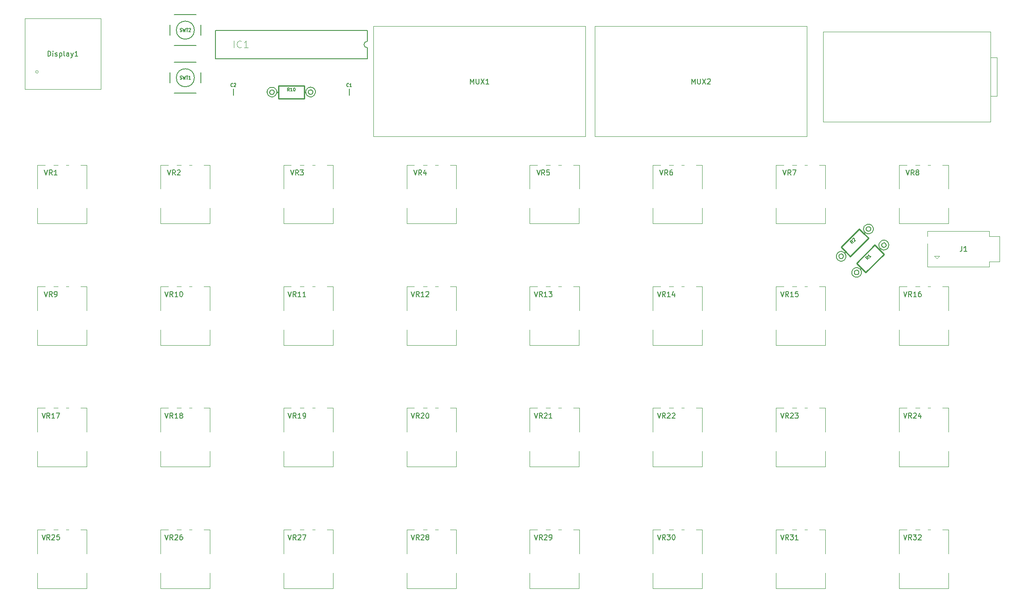
<source format=gbr>
G04 #@! TF.GenerationSoftware,KiCad,Pcbnew,(5.1.2-1)-1*
G04 #@! TF.CreationDate,2020-08-28T09:47:19+03:00*
G04 #@! TF.ProjectId,N32B,4e333242-2e6b-4696-9361-645f70636258,V0.1*
G04 #@! TF.SameCoordinates,Original*
G04 #@! TF.FileFunction,Legend,Top*
G04 #@! TF.FilePolarity,Positive*
%FSLAX46Y46*%
G04 Gerber Fmt 4.6, Leading zero omitted, Abs format (unit mm)*
G04 Created by KiCad (PCBNEW (5.1.2-1)-1) date 2020-08-28 09:47:19*
%MOMM*%
%LPD*%
G04 APERTURE LIST*
%ADD10C,0.120000*%
%ADD11C,0.203200*%
%ADD12C,0.127000*%
%ADD13C,0.254000*%
%ADD14C,0.152400*%
%ADD15C,0.150000*%
%ADD16C,0.015000*%
G04 APERTURE END LIST*
D10*
X226558000Y-50272000D02*
X226558000Y-32502000D01*
X226558000Y-32502000D02*
X193548000Y-32502000D01*
X193548000Y-32502000D02*
X193548000Y-50272000D01*
X193548000Y-50272000D02*
X226538000Y-50272000D01*
X226568000Y-37582000D02*
X227848000Y-37582000D01*
X227848000Y-37582000D02*
X227848000Y-45212000D01*
X227848000Y-45212000D02*
X226568000Y-45212000D01*
X226318000Y-77938000D02*
X228318000Y-77938000D01*
X226318000Y-72938000D02*
X228318000Y-72938000D01*
X226318000Y-71938000D02*
X214218000Y-71938000D01*
X228318000Y-72938000D02*
X228318000Y-77938000D01*
X226318000Y-78938000D02*
X226318000Y-77938000D01*
X226318000Y-72938000D02*
X226318000Y-71938000D01*
X226318000Y-78938000D02*
X214168000Y-78938000D01*
X215968000Y-77338000D02*
X215468000Y-76838000D01*
X215468000Y-76838000D02*
X216468000Y-76838000D01*
X216468000Y-76838000D02*
X215968000Y-77338000D01*
X214218000Y-71938000D02*
X214118000Y-71938000D01*
X214118000Y-71938000D02*
X214118000Y-72938000D01*
X214168000Y-78938000D02*
X214118000Y-78938000D01*
X214118000Y-78938000D02*
X214118000Y-74338000D01*
D11*
X77168000Y-43751000D02*
X77168000Y-45021000D01*
X100028000Y-43751000D02*
X100028000Y-45021000D01*
D10*
X104830000Y-53206000D02*
X146630000Y-53206000D01*
X146630000Y-53206000D02*
X146630000Y-31406000D01*
X146630000Y-31406000D02*
X104830000Y-31406000D01*
X104830000Y-31406000D02*
X104830000Y-53206000D01*
X148518000Y-53206000D02*
X190318000Y-53206000D01*
X190318000Y-53206000D02*
X190318000Y-31406000D01*
X190318000Y-31406000D02*
X148518000Y-31406000D01*
X148518000Y-31406000D02*
X148518000Y-53206000D01*
X208512001Y-142410000D02*
X218252001Y-142410000D01*
X208512001Y-130820000D02*
X210002001Y-130820000D01*
X208512001Y-139350000D02*
X208512001Y-142410000D01*
X218262001Y-130820000D02*
X218262001Y-135540000D01*
X218252001Y-139350000D02*
X218252001Y-142410000D01*
X208512001Y-130820000D02*
X208512001Y-135540000D01*
X217072001Y-130820000D02*
X218252001Y-130820000D01*
X214172001Y-130820000D02*
X214702001Y-130820000D01*
X211722001Y-130820000D02*
X212552001Y-130820000D01*
X184226001Y-142410000D02*
X193966001Y-142410000D01*
X184226001Y-130820000D02*
X185716001Y-130820000D01*
X184226001Y-139350000D02*
X184226001Y-142410000D01*
X193976001Y-130820000D02*
X193976001Y-135540000D01*
X193966001Y-139350000D02*
X193966001Y-142410000D01*
X184226001Y-130820000D02*
X184226001Y-135540000D01*
X192786001Y-130820000D02*
X193966001Y-130820000D01*
X189886001Y-130820000D02*
X190416001Y-130820000D01*
X187436001Y-130820000D02*
X188266001Y-130820000D01*
X159940001Y-142410000D02*
X169680001Y-142410000D01*
X159940001Y-130820000D02*
X161430001Y-130820000D01*
X159940001Y-139350000D02*
X159940001Y-142410000D01*
X169690001Y-130820000D02*
X169690001Y-135540000D01*
X169680001Y-139350000D02*
X169680001Y-142410000D01*
X159940001Y-130820000D02*
X159940001Y-135540000D01*
X168500001Y-130820000D02*
X169680001Y-130820000D01*
X165600001Y-130820000D02*
X166130001Y-130820000D01*
X163150001Y-130820000D02*
X163980001Y-130820000D01*
X135654001Y-142410000D02*
X145394001Y-142410000D01*
X135654001Y-130820000D02*
X137144001Y-130820000D01*
X135654001Y-139350000D02*
X135654001Y-142410000D01*
X145404001Y-130820000D02*
X145404001Y-135540000D01*
X145394001Y-139350000D02*
X145394001Y-142410000D01*
X135654001Y-130820000D02*
X135654001Y-135540000D01*
X144214001Y-130820000D02*
X145394001Y-130820000D01*
X141314001Y-130820000D02*
X141844001Y-130820000D01*
X138864001Y-130820000D02*
X139694001Y-130820000D01*
X111368002Y-142410000D02*
X121108002Y-142410000D01*
X111368002Y-130820000D02*
X112858002Y-130820000D01*
X111368002Y-139350000D02*
X111368002Y-142410000D01*
X121118002Y-130820000D02*
X121118002Y-135540000D01*
X121108002Y-139350000D02*
X121108002Y-142410000D01*
X111368002Y-130820000D02*
X111368002Y-135540000D01*
X119928002Y-130820000D02*
X121108002Y-130820000D01*
X117028002Y-130820000D02*
X117558002Y-130820000D01*
X114578002Y-130820000D02*
X115408002Y-130820000D01*
X87082001Y-142410000D02*
X96822001Y-142410000D01*
X87082001Y-130820000D02*
X88572001Y-130820000D01*
X87082001Y-139350000D02*
X87082001Y-142410000D01*
X96832001Y-130820000D02*
X96832001Y-135540000D01*
X96822001Y-139350000D02*
X96822001Y-142410000D01*
X87082001Y-130820000D02*
X87082001Y-135540000D01*
X95642001Y-130820000D02*
X96822001Y-130820000D01*
X92742001Y-130820000D02*
X93272001Y-130820000D01*
X90292001Y-130820000D02*
X91122001Y-130820000D01*
X62796001Y-142410000D02*
X72536001Y-142410000D01*
X62796001Y-130820000D02*
X64286001Y-130820000D01*
X62796001Y-139350000D02*
X62796001Y-142410000D01*
X72546001Y-130820000D02*
X72546001Y-135540000D01*
X72536001Y-139350000D02*
X72536001Y-142410000D01*
X62796001Y-130820000D02*
X62796001Y-135540000D01*
X71356001Y-130820000D02*
X72536001Y-130820000D01*
X68456001Y-130820000D02*
X68986001Y-130820000D01*
X66006001Y-130820000D02*
X66836001Y-130820000D01*
X208512001Y-118409999D02*
X218252001Y-118409999D01*
X208512001Y-106819999D02*
X210002001Y-106819999D01*
X208512001Y-115349999D02*
X208512001Y-118409999D01*
X218262001Y-106819999D02*
X218262001Y-111539999D01*
X218252001Y-115349999D02*
X218252001Y-118409999D01*
X208512001Y-106819999D02*
X208512001Y-111539999D01*
X217072001Y-106819999D02*
X218252001Y-106819999D01*
X214172001Y-106819999D02*
X214702001Y-106819999D01*
X211722001Y-106819999D02*
X212552001Y-106819999D01*
X184226001Y-118409999D02*
X193966001Y-118409999D01*
X184226001Y-106819999D02*
X185716001Y-106819999D01*
X184226001Y-115349999D02*
X184226001Y-118409999D01*
X193976001Y-106819999D02*
X193976001Y-111539999D01*
X193966001Y-115349999D02*
X193966001Y-118409999D01*
X184226001Y-106819999D02*
X184226001Y-111539999D01*
X192786001Y-106819999D02*
X193966001Y-106819999D01*
X189886001Y-106819999D02*
X190416001Y-106819999D01*
X187436001Y-106819999D02*
X188266001Y-106819999D01*
X159940001Y-118409999D02*
X169680001Y-118409999D01*
X159940001Y-106819999D02*
X161430001Y-106819999D01*
X159940001Y-115349999D02*
X159940001Y-118409999D01*
X169690001Y-106819999D02*
X169690001Y-111539999D01*
X169680001Y-115349999D02*
X169680001Y-118409999D01*
X159940001Y-106819999D02*
X159940001Y-111539999D01*
X168500001Y-106819999D02*
X169680001Y-106819999D01*
X165600001Y-106819999D02*
X166130001Y-106819999D01*
X163150001Y-106819999D02*
X163980001Y-106819999D01*
X135654001Y-118409999D02*
X145394001Y-118409999D01*
X135654001Y-106819999D02*
X137144001Y-106819999D01*
X135654001Y-115349999D02*
X135654001Y-118409999D01*
X145404001Y-106819999D02*
X145404001Y-111539999D01*
X145394001Y-115349999D02*
X145394001Y-118409999D01*
X135654001Y-106819999D02*
X135654001Y-111539999D01*
X144214001Y-106819999D02*
X145394001Y-106819999D01*
X141314001Y-106819999D02*
X141844001Y-106819999D01*
X138864001Y-106819999D02*
X139694001Y-106819999D01*
X111368002Y-118409999D02*
X121108002Y-118409999D01*
X111368002Y-106819999D02*
X112858002Y-106819999D01*
X111368002Y-115349999D02*
X111368002Y-118409999D01*
X121118002Y-106819999D02*
X121118002Y-111539999D01*
X121108002Y-115349999D02*
X121108002Y-118409999D01*
X111368002Y-106819999D02*
X111368002Y-111539999D01*
X119928002Y-106819999D02*
X121108002Y-106819999D01*
X117028002Y-106819999D02*
X117558002Y-106819999D01*
X114578002Y-106819999D02*
X115408002Y-106819999D01*
X87082001Y-118409999D02*
X96822001Y-118409999D01*
X87082001Y-106819999D02*
X88572001Y-106819999D01*
X87082001Y-115349999D02*
X87082001Y-118409999D01*
X96832001Y-106819999D02*
X96832001Y-111539999D01*
X96822001Y-115349999D02*
X96822001Y-118409999D01*
X87082001Y-106819999D02*
X87082001Y-111539999D01*
X95642001Y-106819999D02*
X96822001Y-106819999D01*
X92742001Y-106819999D02*
X93272001Y-106819999D01*
X90292001Y-106819999D02*
X91122001Y-106819999D01*
X62796001Y-118409999D02*
X72536001Y-118409999D01*
X62796001Y-106819999D02*
X64286001Y-106819999D01*
X62796001Y-115349999D02*
X62796001Y-118409999D01*
X72546001Y-106819999D02*
X72546001Y-111539999D01*
X72536001Y-115349999D02*
X72536001Y-118409999D01*
X62796001Y-106819999D02*
X62796001Y-111539999D01*
X71356001Y-106819999D02*
X72536001Y-106819999D01*
X68456001Y-106819999D02*
X68986001Y-106819999D01*
X66006001Y-106819999D02*
X66836001Y-106819999D01*
X38510001Y-118409999D02*
X48250001Y-118409999D01*
X38510001Y-106819999D02*
X40000001Y-106819999D01*
X38510001Y-115349999D02*
X38510001Y-118409999D01*
X48260001Y-106819999D02*
X48260001Y-111539999D01*
X48250001Y-115349999D02*
X48250001Y-118409999D01*
X38510001Y-106819999D02*
X38510001Y-111539999D01*
X47070001Y-106819999D02*
X48250001Y-106819999D01*
X44170001Y-106819999D02*
X44700001Y-106819999D01*
X41720001Y-106819999D02*
X42550001Y-106819999D01*
X208512001Y-94409999D02*
X218252001Y-94409999D01*
X208512001Y-82819999D02*
X210002001Y-82819999D01*
X208512001Y-91349999D02*
X208512001Y-94409999D01*
X218262001Y-82819999D02*
X218262001Y-87539999D01*
X218252001Y-91349999D02*
X218252001Y-94409999D01*
X208512001Y-82819999D02*
X208512001Y-87539999D01*
X217072001Y-82819999D02*
X218252001Y-82819999D01*
X214172001Y-82819999D02*
X214702001Y-82819999D01*
X211722001Y-82819999D02*
X212552001Y-82819999D01*
X184226001Y-94409999D02*
X193966001Y-94409999D01*
X184226001Y-82819999D02*
X185716001Y-82819999D01*
X184226001Y-91349999D02*
X184226001Y-94409999D01*
X193976001Y-82819999D02*
X193976001Y-87539999D01*
X193966001Y-91349999D02*
X193966001Y-94409999D01*
X184226001Y-82819999D02*
X184226001Y-87539999D01*
X192786001Y-82819999D02*
X193966001Y-82819999D01*
X189886001Y-82819999D02*
X190416001Y-82819999D01*
X187436001Y-82819999D02*
X188266001Y-82819999D01*
X159940001Y-94409999D02*
X169680001Y-94409999D01*
X159940001Y-82819999D02*
X161430001Y-82819999D01*
X159940001Y-91349999D02*
X159940001Y-94409999D01*
X169690001Y-82819999D02*
X169690001Y-87539999D01*
X169680001Y-91349999D02*
X169680001Y-94409999D01*
X159940001Y-82819999D02*
X159940001Y-87539999D01*
X168500001Y-82819999D02*
X169680001Y-82819999D01*
X165600001Y-82819999D02*
X166130001Y-82819999D01*
X163150001Y-82819999D02*
X163980001Y-82819999D01*
X135654001Y-94409999D02*
X145394001Y-94409999D01*
X135654001Y-82819999D02*
X137144001Y-82819999D01*
X135654001Y-91349999D02*
X135654001Y-94409999D01*
X145404001Y-82819999D02*
X145404001Y-87539999D01*
X145394001Y-91349999D02*
X145394001Y-94409999D01*
X135654001Y-82819999D02*
X135654001Y-87539999D01*
X144214001Y-82819999D02*
X145394001Y-82819999D01*
X141314001Y-82819999D02*
X141844001Y-82819999D01*
X138864001Y-82819999D02*
X139694001Y-82819999D01*
X111368002Y-94409999D02*
X121108002Y-94409999D01*
X111368002Y-82819999D02*
X112858002Y-82819999D01*
X111368002Y-91349999D02*
X111368002Y-94409999D01*
X121118002Y-82819999D02*
X121118002Y-87539999D01*
X121108002Y-91349999D02*
X121108002Y-94409999D01*
X111368002Y-82819999D02*
X111368002Y-87539999D01*
X119928002Y-82819999D02*
X121108002Y-82819999D01*
X117028002Y-82819999D02*
X117558002Y-82819999D01*
X114578002Y-82819999D02*
X115408002Y-82819999D01*
X87082001Y-94409999D02*
X96822001Y-94409999D01*
X87082001Y-82819999D02*
X88572001Y-82819999D01*
X87082001Y-91349999D02*
X87082001Y-94409999D01*
X96832001Y-82819999D02*
X96832001Y-87539999D01*
X96822001Y-91349999D02*
X96822001Y-94409999D01*
X87082001Y-82819999D02*
X87082001Y-87539999D01*
X95642001Y-82819999D02*
X96822001Y-82819999D01*
X92742001Y-82819999D02*
X93272001Y-82819999D01*
X90292001Y-82819999D02*
X91122001Y-82819999D01*
X62796001Y-94409999D02*
X72536001Y-94409999D01*
X62796001Y-82819999D02*
X64286001Y-82819999D01*
X62796001Y-91349999D02*
X62796001Y-94409999D01*
X72546001Y-82819999D02*
X72546001Y-87539999D01*
X72536001Y-91349999D02*
X72536001Y-94409999D01*
X62796001Y-82819999D02*
X62796001Y-87539999D01*
X71356001Y-82819999D02*
X72536001Y-82819999D01*
X68456001Y-82819999D02*
X68986001Y-82819999D01*
X66006001Y-82819999D02*
X66836001Y-82819999D01*
X38510001Y-94409999D02*
X48250001Y-94409999D01*
X38510001Y-82819999D02*
X40000001Y-82819999D01*
X38510001Y-91349999D02*
X38510001Y-94409999D01*
X48260001Y-82819999D02*
X48260001Y-87539999D01*
X48250001Y-91349999D02*
X48250001Y-94409999D01*
X38510001Y-82819999D02*
X38510001Y-87539999D01*
X47070001Y-82819999D02*
X48250001Y-82819999D01*
X44170001Y-82819999D02*
X44700001Y-82819999D01*
X41720001Y-82819999D02*
X42550001Y-82819999D01*
X208512001Y-70410000D02*
X218252001Y-70410000D01*
X208512001Y-58820000D02*
X210002001Y-58820000D01*
X208512001Y-67350000D02*
X208512001Y-70410000D01*
X218262001Y-58820000D02*
X218262001Y-63540000D01*
X218252001Y-67350000D02*
X218252001Y-70410000D01*
X208512001Y-58820000D02*
X208512001Y-63540000D01*
X217072001Y-58820000D02*
X218252001Y-58820000D01*
X214172001Y-58820000D02*
X214702001Y-58820000D01*
X211722001Y-58820000D02*
X212552001Y-58820000D01*
X184226001Y-70410000D02*
X193966001Y-70410000D01*
X184226001Y-58820000D02*
X185716001Y-58820000D01*
X184226001Y-67350000D02*
X184226001Y-70410000D01*
X193976001Y-58820000D02*
X193976001Y-63540000D01*
X193966001Y-67350000D02*
X193966001Y-70410000D01*
X184226001Y-58820000D02*
X184226001Y-63540000D01*
X192786001Y-58820000D02*
X193966001Y-58820000D01*
X189886001Y-58820000D02*
X190416001Y-58820000D01*
X187436001Y-58820000D02*
X188266001Y-58820000D01*
X159940001Y-70410000D02*
X169680001Y-70410000D01*
X159940001Y-58820000D02*
X161430001Y-58820000D01*
X159940001Y-67350000D02*
X159940001Y-70410000D01*
X169690001Y-58820000D02*
X169690001Y-63540000D01*
X169680001Y-67350000D02*
X169680001Y-70410000D01*
X159940001Y-58820000D02*
X159940001Y-63540000D01*
X168500001Y-58820000D02*
X169680001Y-58820000D01*
X165600001Y-58820000D02*
X166130001Y-58820000D01*
X163150001Y-58820000D02*
X163980001Y-58820000D01*
X135654001Y-70410000D02*
X145394001Y-70410000D01*
X135654001Y-58820000D02*
X137144001Y-58820000D01*
X135654001Y-67350000D02*
X135654001Y-70410000D01*
X145404001Y-58820000D02*
X145404001Y-63540000D01*
X145394001Y-67350000D02*
X145394001Y-70410000D01*
X135654001Y-58820000D02*
X135654001Y-63540000D01*
X144214001Y-58820000D02*
X145394001Y-58820000D01*
X141314001Y-58820000D02*
X141844001Y-58820000D01*
X138864001Y-58820000D02*
X139694001Y-58820000D01*
X111368002Y-70410000D02*
X121108002Y-70410000D01*
X111368002Y-58820000D02*
X112858002Y-58820000D01*
X111368002Y-67350000D02*
X111368002Y-70410000D01*
X121118002Y-58820000D02*
X121118002Y-63540000D01*
X121108002Y-67350000D02*
X121108002Y-70410000D01*
X111368002Y-58820000D02*
X111368002Y-63540000D01*
X119928002Y-58820000D02*
X121108002Y-58820000D01*
X117028002Y-58820000D02*
X117558002Y-58820000D01*
X114578002Y-58820000D02*
X115408002Y-58820000D01*
X62796001Y-70410000D02*
X72536001Y-70410000D01*
X62796001Y-58820000D02*
X64286001Y-58820000D01*
X62796001Y-67350000D02*
X62796001Y-70410000D01*
X72546001Y-58820000D02*
X72546001Y-63540000D01*
X72536001Y-67350000D02*
X72536001Y-70410000D01*
X62796001Y-58820000D02*
X62796001Y-63540000D01*
X71356001Y-58820000D02*
X72536001Y-58820000D01*
X68456001Y-58820000D02*
X68986001Y-58820000D01*
X66006001Y-58820000D02*
X66836001Y-58820000D01*
X87082001Y-70410000D02*
X96822001Y-70410000D01*
X87082001Y-58820000D02*
X88572001Y-58820000D01*
X87082001Y-67350000D02*
X87082001Y-70410000D01*
X96832001Y-58820000D02*
X96832001Y-63540000D01*
X96822001Y-67350000D02*
X96822001Y-70410000D01*
X87082001Y-58820000D02*
X87082001Y-63540000D01*
X95642001Y-58820000D02*
X96822001Y-58820000D01*
X92742001Y-58820000D02*
X93272001Y-58820000D01*
X90292001Y-58820000D02*
X91122001Y-58820000D01*
X38510001Y-142410000D02*
X48250001Y-142410000D01*
X38510001Y-130820000D02*
X40000001Y-130820000D01*
X38510001Y-139350000D02*
X38510001Y-142410000D01*
X48260001Y-130820000D02*
X48260001Y-135540000D01*
X48250001Y-139350000D02*
X48250001Y-142410000D01*
X38510001Y-130820000D02*
X38510001Y-135540000D01*
X47070001Y-130820000D02*
X48250001Y-130820000D01*
X44170001Y-130820000D02*
X44700001Y-130820000D01*
X41720001Y-130820000D02*
X42550001Y-130820000D01*
X38510001Y-70410000D02*
X48250001Y-70410000D01*
X38510001Y-58820000D02*
X40000001Y-58820000D01*
X38510001Y-67350000D02*
X38510001Y-70410000D01*
X48260001Y-58820000D02*
X48260001Y-63540000D01*
X48250001Y-67350000D02*
X48250001Y-70410000D01*
X38510001Y-58820000D02*
X38510001Y-63540000D01*
X47070001Y-58820000D02*
X48250001Y-58820000D01*
X44170001Y-58820000D02*
X44700001Y-58820000D01*
X41720001Y-58820000D02*
X42550001Y-58820000D01*
D12*
X197454094Y-77099156D02*
X197391232Y-77176386D01*
X197495403Y-77011149D02*
X197454094Y-77099156D01*
X197518752Y-76915958D02*
X197495403Y-77011149D01*
X197520548Y-76817176D02*
X197518752Y-76915958D01*
X197498995Y-76720189D02*
X197520548Y-76817176D01*
X197457686Y-76632182D02*
X197498995Y-76720189D01*
X197394824Y-76554952D02*
X197457686Y-76632182D01*
X197321186Y-76492090D02*
X197394824Y-76554952D01*
X197229588Y-76447189D02*
X197321186Y-76492090D01*
X197132601Y-76422044D02*
X197229588Y-76447189D01*
X197032022Y-76422044D02*
X197132601Y-76422044D01*
X196933239Y-76441801D02*
X197032022Y-76422044D01*
X196843437Y-76484906D02*
X196933239Y-76441801D01*
X196762614Y-76547768D02*
X196843437Y-76484906D01*
X196701548Y-76626794D02*
X196762614Y-76547768D01*
X196658443Y-76720189D02*
X196701548Y-76626794D01*
X196638687Y-76818972D02*
X196658443Y-76720189D01*
X196642279Y-76923143D02*
X196638687Y-76818972D01*
X196665627Y-77021925D02*
X196642279Y-76923143D01*
X196712325Y-77111728D02*
X196665627Y-77021925D01*
X196775187Y-77188958D02*
X196712325Y-77111728D01*
X196854213Y-77246432D02*
X196775187Y-77188958D01*
X196942219Y-77287741D02*
X196854213Y-77246432D01*
X197037410Y-77307498D02*
X196942219Y-77287741D01*
X197136193Y-77305701D02*
X197037410Y-77307498D01*
X197229588Y-77280557D02*
X197136193Y-77305701D01*
X197315798Y-77237452D02*
X197229588Y-77280557D01*
X197391232Y-77176386D02*
X197315798Y-77237452D01*
X197870778Y-77390116D02*
X197752238Y-77533800D01*
X197958784Y-77230267D02*
X197870778Y-77390116D01*
X198014462Y-77056050D02*
X197958784Y-77230267D01*
X198034218Y-76871057D02*
X198014462Y-77056050D01*
X198018054Y-76689656D02*
X198034218Y-76871057D01*
X197965969Y-76511847D02*
X198018054Y-76689656D01*
X197881554Y-76348406D02*
X197965969Y-76511847D01*
X197768403Y-76206518D02*
X197881554Y-76348406D01*
X197642679Y-76098755D02*
X197768403Y-76206518D01*
X197497199Y-76010749D02*
X197642679Y-76098755D01*
X197339147Y-75953275D02*
X197497199Y-76010749D01*
X197173910Y-75920946D02*
X197339147Y-75953275D01*
X197006877Y-75919150D02*
X197173910Y-75920946D01*
X196841640Y-75944295D02*
X197006877Y-75919150D01*
X196681792Y-75999972D02*
X196841640Y-75944295D01*
X196534516Y-76082591D02*
X196681792Y-75999972D01*
X196403404Y-76188558D02*
X196534516Y-76082591D01*
X196299233Y-76317873D02*
X196403404Y-76188558D01*
X196216615Y-76465150D02*
X196299233Y-76317873D01*
X196160937Y-76624998D02*
X196216615Y-76465150D01*
X196133996Y-76788439D02*
X196160937Y-76624998D01*
X196133996Y-76957268D02*
X196133996Y-76788439D01*
X196166325Y-77122504D02*
X196133996Y-76957268D01*
X196225595Y-77278761D02*
X196166325Y-77122504D01*
X196313601Y-77424241D02*
X196225595Y-77278761D01*
X196419568Y-77548168D02*
X196313601Y-77424241D01*
X196565049Y-77664912D02*
X196419568Y-77548168D01*
X196728489Y-77749326D02*
X196565049Y-77664912D01*
X196906298Y-77801412D02*
X196728489Y-77749326D01*
X197089496Y-77815780D02*
X196906298Y-77801412D01*
X197274489Y-77796023D02*
X197089496Y-77815780D01*
X197448706Y-77740346D02*
X197274489Y-77796023D01*
X197610350Y-77650543D02*
X197448706Y-77740346D01*
X197752238Y-77533800D02*
X197610350Y-77650543D01*
X202840452Y-71702022D02*
X202777590Y-71779252D01*
X202881761Y-71614015D02*
X202840452Y-71702022D01*
X202905109Y-71518824D02*
X202881761Y-71614015D01*
X202906905Y-71420042D02*
X202905109Y-71518824D01*
X202885353Y-71323055D02*
X202906905Y-71420042D01*
X202844044Y-71235048D02*
X202885353Y-71323055D01*
X202781182Y-71157818D02*
X202844044Y-71235048D01*
X202707544Y-71094956D02*
X202781182Y-71157818D01*
X202615945Y-71050055D02*
X202707544Y-71094956D01*
X202518958Y-71024910D02*
X202615945Y-71050055D01*
X202418380Y-71024910D02*
X202518958Y-71024910D01*
X202319597Y-71044667D02*
X202418380Y-71024910D01*
X202229794Y-71087772D02*
X202319597Y-71044667D01*
X202148972Y-71150634D02*
X202229794Y-71087772D01*
X202087906Y-71229660D02*
X202148972Y-71150634D01*
X202044801Y-71323055D02*
X202087906Y-71229660D01*
X202025044Y-71421838D02*
X202044801Y-71323055D01*
X202028636Y-71526009D02*
X202025044Y-71421838D01*
X202051985Y-71624791D02*
X202028636Y-71526009D01*
X202098682Y-71714594D02*
X202051985Y-71624791D01*
X202163340Y-71793620D02*
X202098682Y-71714594D01*
X202240570Y-71849298D02*
X202163340Y-71793620D01*
X202328577Y-71890607D02*
X202240570Y-71849298D01*
X202423768Y-71910364D02*
X202328577Y-71890607D01*
X202522550Y-71908568D02*
X202423768Y-71910364D01*
X202615945Y-71883423D02*
X202522550Y-71908568D01*
X202702156Y-71840318D02*
X202615945Y-71883423D01*
X202777590Y-71779252D02*
X202702156Y-71840318D01*
X203257135Y-71992982D02*
X203138596Y-72136666D01*
X203345142Y-71833133D02*
X203257135Y-71992982D01*
X203400820Y-71658916D02*
X203345142Y-71833133D01*
X203420576Y-71473923D02*
X203400820Y-71658916D01*
X203404412Y-71292522D02*
X203420576Y-71473923D01*
X203352326Y-71114713D02*
X203404412Y-71292522D01*
X203267912Y-70951272D02*
X203352326Y-71114713D01*
X203154761Y-70809384D02*
X203267912Y-70951272D01*
X203029037Y-70701621D02*
X203154761Y-70809384D01*
X202883557Y-70613615D02*
X203029037Y-70701621D01*
X202725504Y-70556141D02*
X202883557Y-70613615D01*
X202560268Y-70523812D02*
X202725504Y-70556141D01*
X202393235Y-70522016D02*
X202560268Y-70523812D01*
X202227998Y-70547161D02*
X202393235Y-70522016D01*
X202068150Y-70602838D02*
X202227998Y-70547161D01*
X201920873Y-70685457D02*
X202068150Y-70602838D01*
X201789762Y-70791424D02*
X201920873Y-70685457D01*
X201685591Y-70920739D02*
X201789762Y-70791424D01*
X201602972Y-71068016D02*
X201685591Y-70920739D01*
X201547295Y-71227864D02*
X201602972Y-71068016D01*
X201520354Y-71391305D02*
X201547295Y-71227864D01*
X201520354Y-71560134D02*
X201520354Y-71391305D01*
X201552683Y-71725370D02*
X201520354Y-71560134D01*
X201611953Y-71881627D02*
X201552683Y-71725370D01*
X201699959Y-72027107D02*
X201611953Y-71881627D01*
X201805926Y-72151034D02*
X201699959Y-72027107D01*
X201951406Y-72267778D02*
X201805926Y-72151034D01*
X202114847Y-72352192D02*
X201951406Y-72267778D01*
X202292656Y-72404278D02*
X202114847Y-72352192D01*
X202475853Y-72418646D02*
X202292656Y-72404278D01*
X202660846Y-72398890D02*
X202475853Y-72418646D01*
X202835063Y-72343212D02*
X202660846Y-72398890D01*
X202996708Y-72253409D02*
X202835063Y-72343212D01*
X203138596Y-72136666D02*
X202996708Y-72253409D01*
D13*
X197974949Y-75964051D02*
X197795344Y-76143656D01*
X201567051Y-72371949D02*
X201746656Y-72192344D01*
X197974949Y-75964051D02*
X197076923Y-75066026D01*
X198872974Y-76862077D02*
X197974949Y-75964051D01*
X202465077Y-73269974D02*
X198872974Y-76862077D01*
X201567051Y-72371949D02*
X202465077Y-73269974D01*
X200669026Y-71473923D02*
X201567051Y-72371949D01*
X197076923Y-75066026D02*
X200669026Y-71473923D01*
D12*
X205135906Y-74411844D02*
X205198768Y-74334614D01*
X205094597Y-74499851D02*
X205135906Y-74411844D01*
X205071248Y-74595042D02*
X205094597Y-74499851D01*
X205069452Y-74693824D02*
X205071248Y-74595042D01*
X205091005Y-74790811D02*
X205069452Y-74693824D01*
X205132314Y-74878818D02*
X205091005Y-74790811D01*
X205195176Y-74956048D02*
X205132314Y-74878818D01*
X205268814Y-75018910D02*
X205195176Y-74956048D01*
X205360412Y-75063811D02*
X205268814Y-75018910D01*
X205457399Y-75088956D02*
X205360412Y-75063811D01*
X205557978Y-75088956D02*
X205457399Y-75088956D01*
X205656761Y-75069199D02*
X205557978Y-75088956D01*
X205746563Y-75026094D02*
X205656761Y-75069199D01*
X205827386Y-74963232D02*
X205746563Y-75026094D01*
X205888452Y-74884206D02*
X205827386Y-74963232D01*
X205931557Y-74790811D02*
X205888452Y-74884206D01*
X205951313Y-74692028D02*
X205931557Y-74790811D01*
X205947721Y-74587857D02*
X205951313Y-74692028D01*
X205924373Y-74489075D02*
X205947721Y-74587857D01*
X205877675Y-74399272D02*
X205924373Y-74489075D01*
X205814813Y-74322042D02*
X205877675Y-74399272D01*
X205735787Y-74264568D02*
X205814813Y-74322042D01*
X205647781Y-74223259D02*
X205735787Y-74264568D01*
X205552590Y-74203502D02*
X205647781Y-74223259D01*
X205453807Y-74205299D02*
X205552590Y-74203502D01*
X205360412Y-74230443D02*
X205453807Y-74205299D01*
X205274202Y-74273548D02*
X205360412Y-74230443D01*
X205198768Y-74334614D02*
X205274202Y-74273548D01*
X204719222Y-74120884D02*
X204837762Y-73977200D01*
X204631216Y-74280733D02*
X204719222Y-74120884D01*
X204575538Y-74454950D02*
X204631216Y-74280733D01*
X204555782Y-74639943D02*
X204575538Y-74454950D01*
X204571946Y-74821344D02*
X204555782Y-74639943D01*
X204624031Y-74999153D02*
X204571946Y-74821344D01*
X204708446Y-75162594D02*
X204624031Y-74999153D01*
X204821597Y-75304482D02*
X204708446Y-75162594D01*
X204947321Y-75412245D02*
X204821597Y-75304482D01*
X205092801Y-75500251D02*
X204947321Y-75412245D01*
X205250853Y-75557725D02*
X205092801Y-75500251D01*
X205416090Y-75590054D02*
X205250853Y-75557725D01*
X205583123Y-75591850D02*
X205416090Y-75590054D01*
X205748360Y-75566705D02*
X205583123Y-75591850D01*
X205908208Y-75511028D02*
X205748360Y-75566705D01*
X206055484Y-75428409D02*
X205908208Y-75511028D01*
X206186596Y-75322442D02*
X206055484Y-75428409D01*
X206290767Y-75193127D02*
X206186596Y-75322442D01*
X206373385Y-75045850D02*
X206290767Y-75193127D01*
X206429063Y-74886002D02*
X206373385Y-75045850D01*
X206456004Y-74722561D02*
X206429063Y-74886002D01*
X206456004Y-74553732D02*
X206456004Y-74722561D01*
X206423675Y-74388496D02*
X206456004Y-74553732D01*
X206364405Y-74232239D02*
X206423675Y-74388496D01*
X206276399Y-74086759D02*
X206364405Y-74232239D01*
X206170432Y-73962832D02*
X206276399Y-74086759D01*
X206024951Y-73846088D02*
X206170432Y-73962832D01*
X205861511Y-73761674D02*
X206024951Y-73846088D01*
X205683702Y-73709588D02*
X205861511Y-73761674D01*
X205500504Y-73695220D02*
X205683702Y-73709588D01*
X205315511Y-73714977D02*
X205500504Y-73695220D01*
X205141294Y-73770654D02*
X205315511Y-73714977D01*
X204979650Y-73860457D02*
X205141294Y-73770654D01*
X204837762Y-73977200D02*
X204979650Y-73860457D01*
X199749548Y-79808978D02*
X199812410Y-79731748D01*
X199708239Y-79896985D02*
X199749548Y-79808978D01*
X199684891Y-79992176D02*
X199708239Y-79896985D01*
X199683095Y-80090958D02*
X199684891Y-79992176D01*
X199704647Y-80187945D02*
X199683095Y-80090958D01*
X199745956Y-80275952D02*
X199704647Y-80187945D01*
X199808818Y-80353182D02*
X199745956Y-80275952D01*
X199882456Y-80416044D02*
X199808818Y-80353182D01*
X199974055Y-80460945D02*
X199882456Y-80416044D01*
X200071042Y-80486090D02*
X199974055Y-80460945D01*
X200171620Y-80486090D02*
X200071042Y-80486090D01*
X200270403Y-80466333D02*
X200171620Y-80486090D01*
X200360206Y-80423228D02*
X200270403Y-80466333D01*
X200441028Y-80360366D02*
X200360206Y-80423228D01*
X200502094Y-80281340D02*
X200441028Y-80360366D01*
X200545199Y-80187945D02*
X200502094Y-80281340D01*
X200564956Y-80089162D02*
X200545199Y-80187945D01*
X200561364Y-79984991D02*
X200564956Y-80089162D01*
X200538015Y-79886209D02*
X200561364Y-79984991D01*
X200491318Y-79796406D02*
X200538015Y-79886209D01*
X200426660Y-79717380D02*
X200491318Y-79796406D01*
X200349430Y-79661702D02*
X200426660Y-79717380D01*
X200261423Y-79620393D02*
X200349430Y-79661702D01*
X200166232Y-79600636D02*
X200261423Y-79620393D01*
X200067450Y-79602432D02*
X200166232Y-79600636D01*
X199974055Y-79627577D02*
X200067450Y-79602432D01*
X199887844Y-79670682D02*
X199974055Y-79627577D01*
X199812410Y-79731748D02*
X199887844Y-79670682D01*
X199332865Y-79518018D02*
X199451404Y-79374334D01*
X199244858Y-79677867D02*
X199332865Y-79518018D01*
X199189180Y-79852084D02*
X199244858Y-79677867D01*
X199169424Y-80037077D02*
X199189180Y-79852084D01*
X199185588Y-80218478D02*
X199169424Y-80037077D01*
X199237674Y-80396287D02*
X199185588Y-80218478D01*
X199322088Y-80559728D02*
X199237674Y-80396287D01*
X199435239Y-80701616D02*
X199322088Y-80559728D01*
X199560963Y-80809379D02*
X199435239Y-80701616D01*
X199706443Y-80897385D02*
X199560963Y-80809379D01*
X199864496Y-80954859D02*
X199706443Y-80897385D01*
X200029732Y-80987188D02*
X199864496Y-80954859D01*
X200196765Y-80988984D02*
X200029732Y-80987188D01*
X200362002Y-80963839D02*
X200196765Y-80988984D01*
X200521850Y-80908162D02*
X200362002Y-80963839D01*
X200669127Y-80825543D02*
X200521850Y-80908162D01*
X200800238Y-80719576D02*
X200669127Y-80825543D01*
X200904409Y-80590261D02*
X200800238Y-80719576D01*
X200987028Y-80442984D02*
X200904409Y-80590261D01*
X201042705Y-80283136D02*
X200987028Y-80442984D01*
X201069646Y-80119695D02*
X201042705Y-80283136D01*
X201069646Y-79950866D02*
X201069646Y-80119695D01*
X201037317Y-79785630D02*
X201069646Y-79950866D01*
X200978047Y-79629373D02*
X201037317Y-79785630D01*
X200890041Y-79483893D02*
X200978047Y-79629373D01*
X200784074Y-79359966D02*
X200890041Y-79483893D01*
X200638594Y-79243222D02*
X200784074Y-79359966D01*
X200475153Y-79158808D02*
X200638594Y-79243222D01*
X200297344Y-79106722D02*
X200475153Y-79158808D01*
X200114147Y-79092354D02*
X200297344Y-79106722D01*
X199929154Y-79112110D02*
X200114147Y-79092354D01*
X199754937Y-79167788D02*
X199929154Y-79112110D01*
X199593292Y-79257591D02*
X199754937Y-79167788D01*
X199451404Y-79374334D02*
X199593292Y-79257591D01*
D13*
X204615051Y-75546949D02*
X204794656Y-75367344D01*
X201022949Y-79139051D02*
X200843344Y-79318656D01*
X204615051Y-75546949D02*
X205513077Y-76444974D01*
X203717026Y-74648923D02*
X204615051Y-75546949D01*
X200124923Y-78241026D02*
X203717026Y-74648923D01*
X201022949Y-79139051D02*
X200124923Y-78241026D01*
X201920974Y-80037077D02*
X201022949Y-79139051D01*
X205513077Y-76444974D02*
X201920974Y-80037077D01*
D10*
X38682000Y-40448000D02*
G75*
G03X38682000Y-40448000I-254000J0D01*
G01*
X36008000Y-43892000D02*
X36008000Y-29892000D01*
X51008000Y-29892000D02*
X36008000Y-29892000D01*
X51008000Y-43892000D02*
X51008000Y-29892000D01*
X36008000Y-43892000D02*
X51008000Y-43892000D01*
D14*
X103584000Y-37846000D02*
X103584000Y-35687000D01*
X103584000Y-37846000D02*
X73612000Y-37846000D01*
X103584000Y-32258000D02*
X73612000Y-32258000D01*
X73612000Y-32258000D02*
X73612000Y-37846000D01*
X103584000Y-35687000D02*
G75*
G02X103584000Y-34417000I0J635000D01*
G01*
X103584000Y-34417000D02*
X103584000Y-32258000D01*
D12*
X92308940Y-44011660D02*
X92408000Y-44001500D01*
X92217500Y-44044680D02*
X92308940Y-44011660D01*
X92133680Y-44095480D02*
X92217500Y-44044680D01*
X92062560Y-44164060D02*
X92133680Y-44095480D01*
X92009220Y-44247880D02*
X92062560Y-44164060D01*
X91976200Y-44339320D02*
X92009220Y-44247880D01*
X91966040Y-44438380D02*
X91976200Y-44339320D01*
X91973660Y-44534900D02*
X91966040Y-44438380D01*
X92006680Y-44631420D02*
X91973660Y-44534900D01*
X92057480Y-44717780D02*
X92006680Y-44631420D01*
X92128600Y-44788900D02*
X92057480Y-44717780D01*
X92212420Y-44844780D02*
X92128600Y-44788900D01*
X92306400Y-44877800D02*
X92212420Y-44844780D01*
X92408000Y-44890500D02*
X92306400Y-44877800D01*
X92507060Y-44877800D02*
X92408000Y-44890500D01*
X92603580Y-44842240D02*
X92507060Y-44877800D01*
X92687400Y-44786360D02*
X92603580Y-44842240D01*
X92758520Y-44710160D02*
X92687400Y-44786360D01*
X92811860Y-44623800D02*
X92758520Y-44710160D01*
X92842340Y-44527280D02*
X92811860Y-44623800D01*
X92852500Y-44428220D02*
X92842340Y-44527280D01*
X92837260Y-44331700D02*
X92852500Y-44428220D01*
X92804240Y-44240260D02*
X92837260Y-44331700D01*
X92750900Y-44158980D02*
X92804240Y-44240260D01*
X92679780Y-44090400D02*
X92750900Y-44158980D01*
X92595960Y-44042140D02*
X92679780Y-44090400D01*
X92504520Y-44011660D02*
X92595960Y-44042140D01*
X92408000Y-44001500D02*
X92504520Y-44011660D01*
X92220040Y-43511280D02*
X92405460Y-43493500D01*
X92044780Y-43562080D02*
X92220040Y-43511280D01*
X91882220Y-43645900D02*
X92044780Y-43562080D01*
X91737440Y-43762740D02*
X91882220Y-43645900D01*
X91620600Y-43902440D02*
X91737440Y-43762740D01*
X91531700Y-44065000D02*
X91620600Y-43902440D01*
X91475820Y-44240260D02*
X91531700Y-44065000D01*
X91455500Y-44420600D02*
X91475820Y-44240260D01*
X91468200Y-44585700D02*
X91455500Y-44420600D01*
X91508840Y-44750800D02*
X91468200Y-44585700D01*
X91579960Y-44903200D02*
X91508840Y-44750800D01*
X91673940Y-45042900D02*
X91579960Y-44903200D01*
X91790780Y-45162280D02*
X91673940Y-45042900D01*
X91925400Y-45261340D02*
X91790780Y-45162280D01*
X92077800Y-45335000D02*
X91925400Y-45261340D01*
X92240360Y-45380720D02*
X92077800Y-45335000D01*
X92408000Y-45398500D02*
X92240360Y-45380720D01*
X92573100Y-45380720D02*
X92408000Y-45398500D01*
X92735660Y-45335000D02*
X92573100Y-45380720D01*
X92888060Y-45261340D02*
X92735660Y-45335000D01*
X93022680Y-45164820D02*
X92888060Y-45261340D01*
X93142060Y-45045440D02*
X93022680Y-45164820D01*
X93236040Y-44905740D02*
X93142060Y-45045440D01*
X93304620Y-44753340D02*
X93236040Y-44905740D01*
X93345260Y-44588240D02*
X93304620Y-44753340D01*
X93357960Y-44425680D02*
X93345260Y-44588240D01*
X93337640Y-44240260D02*
X93357960Y-44425680D01*
X93281760Y-44065000D02*
X93337640Y-44240260D01*
X93192860Y-43902440D02*
X93281760Y-44065000D01*
X93073480Y-43762740D02*
X93192860Y-43902440D01*
X92928700Y-43645900D02*
X93073480Y-43762740D01*
X92766140Y-43562080D02*
X92928700Y-43645900D01*
X92588340Y-43511280D02*
X92766140Y-43562080D01*
X92405460Y-43493500D02*
X92588340Y-43511280D01*
X84683860Y-44019280D02*
X84782920Y-44009120D01*
X84592420Y-44052300D02*
X84683860Y-44019280D01*
X84508600Y-44103100D02*
X84592420Y-44052300D01*
X84437480Y-44171680D02*
X84508600Y-44103100D01*
X84384140Y-44255500D02*
X84437480Y-44171680D01*
X84351120Y-44346940D02*
X84384140Y-44255500D01*
X84340960Y-44446000D02*
X84351120Y-44346940D01*
X84348580Y-44542520D02*
X84340960Y-44446000D01*
X84381600Y-44639040D02*
X84348580Y-44542520D01*
X84432400Y-44725400D02*
X84381600Y-44639040D01*
X84503520Y-44796520D02*
X84432400Y-44725400D01*
X84587340Y-44852400D02*
X84503520Y-44796520D01*
X84681320Y-44885420D02*
X84587340Y-44852400D01*
X84782920Y-44898120D02*
X84681320Y-44885420D01*
X84881980Y-44885420D02*
X84782920Y-44898120D01*
X84978500Y-44849860D02*
X84881980Y-44885420D01*
X85062320Y-44793980D02*
X84978500Y-44849860D01*
X85133440Y-44717780D02*
X85062320Y-44793980D01*
X85186780Y-44631420D02*
X85133440Y-44717780D01*
X85217260Y-44534900D02*
X85186780Y-44631420D01*
X85227420Y-44433300D02*
X85217260Y-44534900D01*
X85212180Y-44339320D02*
X85227420Y-44433300D01*
X85179160Y-44247880D02*
X85212180Y-44339320D01*
X85125820Y-44166600D02*
X85179160Y-44247880D01*
X85054700Y-44098020D02*
X85125820Y-44166600D01*
X84970880Y-44049760D02*
X85054700Y-44098020D01*
X84879440Y-44019280D02*
X84970880Y-44049760D01*
X84782920Y-44009120D02*
X84879440Y-44019280D01*
X84594960Y-43518900D02*
X84780380Y-43501120D01*
X84419700Y-43569700D02*
X84594960Y-43518900D01*
X84257140Y-43653520D02*
X84419700Y-43569700D01*
X84112360Y-43770360D02*
X84257140Y-43653520D01*
X83995520Y-43910060D02*
X84112360Y-43770360D01*
X83906620Y-44072620D02*
X83995520Y-43910060D01*
X83850740Y-44247880D02*
X83906620Y-44072620D01*
X83830420Y-44428220D02*
X83850740Y-44247880D01*
X83843120Y-44593320D02*
X83830420Y-44428220D01*
X83883760Y-44758420D02*
X83843120Y-44593320D01*
X83954880Y-44910820D02*
X83883760Y-44758420D01*
X84048860Y-45050520D02*
X83954880Y-44910820D01*
X84165700Y-45169900D02*
X84048860Y-45050520D01*
X84300320Y-45268960D02*
X84165700Y-45169900D01*
X84452720Y-45342620D02*
X84300320Y-45268960D01*
X84615280Y-45388340D02*
X84452720Y-45342620D01*
X84782920Y-45406120D02*
X84615280Y-45388340D01*
X84948020Y-45388340D02*
X84782920Y-45406120D01*
X85110580Y-45342620D02*
X84948020Y-45388340D01*
X85262980Y-45268960D02*
X85110580Y-45342620D01*
X85397600Y-45172440D02*
X85262980Y-45268960D01*
X85516980Y-45053060D02*
X85397600Y-45172440D01*
X85610960Y-44913360D02*
X85516980Y-45053060D01*
X85679540Y-44760960D02*
X85610960Y-44913360D01*
X85720180Y-44595860D02*
X85679540Y-44760960D01*
X85732880Y-44433300D02*
X85720180Y-44595860D01*
X85712560Y-44247880D02*
X85732880Y-44433300D01*
X85656680Y-44072620D02*
X85712560Y-44247880D01*
X85567780Y-43910060D02*
X85656680Y-44072620D01*
X85448400Y-43770360D02*
X85567780Y-43910060D01*
X85303620Y-43653520D02*
X85448400Y-43770360D01*
X85141060Y-43569700D02*
X85303620Y-43653520D01*
X84963260Y-43518900D02*
X85141060Y-43569700D01*
X84780380Y-43501120D02*
X84963260Y-43518900D01*
D13*
X91138000Y-44446000D02*
X91392000Y-44446000D01*
X86058000Y-44446000D02*
X85804000Y-44446000D01*
X91138000Y-44446000D02*
X91138000Y-45716000D01*
X91138000Y-43176000D02*
X91138000Y-44446000D01*
X86058000Y-43176000D02*
X91138000Y-43176000D01*
X86058000Y-44446000D02*
X86058000Y-43176000D01*
X86058000Y-45716000D02*
X86058000Y-44446000D01*
X91138000Y-45716000D02*
X86058000Y-45716000D01*
D11*
X69479999Y-41612002D02*
G75*
G03X69479999Y-41612002I-1778000J0D01*
G01*
X70749999Y-42638162D02*
X70749999Y-40596002D01*
X64653999Y-42607682D02*
X64653999Y-40596002D01*
X69860999Y-38564002D02*
X65542999Y-38564002D01*
X65542999Y-44660002D02*
X69860999Y-44660002D01*
X69480000Y-32212002D02*
G75*
G03X69480000Y-32212002I-1778000J0D01*
G01*
X70750000Y-33238162D02*
X70750000Y-31196002D01*
X64654000Y-33207682D02*
X64654000Y-31196002D01*
X69861000Y-29164002D02*
X65543000Y-29164002D01*
X65543000Y-35260002D02*
X69861000Y-35260002D01*
D15*
X220884666Y-74890380D02*
X220884666Y-75604666D01*
X220837047Y-75747523D01*
X220741809Y-75842761D01*
X220598952Y-75890380D01*
X220503714Y-75890380D01*
X221884666Y-75890380D02*
X221313238Y-75890380D01*
X221598952Y-75890380D02*
X221598952Y-74890380D01*
X221503714Y-75033238D01*
X221408476Y-75128476D01*
X221313238Y-75176095D01*
D12*
X77066400Y-43282914D02*
X77037371Y-43311942D01*
X76950285Y-43340971D01*
X76892228Y-43340971D01*
X76805142Y-43311942D01*
X76747085Y-43253885D01*
X76718057Y-43195828D01*
X76689028Y-43079714D01*
X76689028Y-42992628D01*
X76718057Y-42876514D01*
X76747085Y-42818457D01*
X76805142Y-42760400D01*
X76892228Y-42731371D01*
X76950285Y-42731371D01*
X77037371Y-42760400D01*
X77066400Y-42789428D01*
X77298628Y-42789428D02*
X77327657Y-42760400D01*
X77385714Y-42731371D01*
X77530857Y-42731371D01*
X77588914Y-42760400D01*
X77617942Y-42789428D01*
X77646971Y-42847485D01*
X77646971Y-42905542D01*
X77617942Y-42992628D01*
X77269600Y-43340971D01*
X77646971Y-43340971D01*
X99926400Y-43282914D02*
X99897371Y-43311942D01*
X99810285Y-43340971D01*
X99752228Y-43340971D01*
X99665142Y-43311942D01*
X99607085Y-43253885D01*
X99578057Y-43195828D01*
X99549028Y-43079714D01*
X99549028Y-42992628D01*
X99578057Y-42876514D01*
X99607085Y-42818457D01*
X99665142Y-42760400D01*
X99752228Y-42731371D01*
X99810285Y-42731371D01*
X99897371Y-42760400D01*
X99926400Y-42789428D01*
X100506971Y-43340971D02*
X100158628Y-43340971D01*
X100332800Y-43340971D02*
X100332800Y-42731371D01*
X100274742Y-42818457D01*
X100216685Y-42876514D01*
X100158628Y-42905542D01*
D15*
X123920476Y-42822380D02*
X123920476Y-41822380D01*
X124253809Y-42536666D01*
X124587142Y-41822380D01*
X124587142Y-42822380D01*
X125063333Y-41822380D02*
X125063333Y-42631904D01*
X125110952Y-42727142D01*
X125158571Y-42774761D01*
X125253809Y-42822380D01*
X125444285Y-42822380D01*
X125539523Y-42774761D01*
X125587142Y-42727142D01*
X125634761Y-42631904D01*
X125634761Y-41822380D01*
X126015714Y-41822380D02*
X126682380Y-42822380D01*
X126682380Y-41822380D02*
X126015714Y-42822380D01*
X127587142Y-42822380D02*
X127015714Y-42822380D01*
X127301428Y-42822380D02*
X127301428Y-41822380D01*
X127206190Y-41965238D01*
X127110952Y-42060476D01*
X127015714Y-42108095D01*
X167608476Y-42822380D02*
X167608476Y-41822380D01*
X167941809Y-42536666D01*
X168275142Y-41822380D01*
X168275142Y-42822380D01*
X168751333Y-41822380D02*
X168751333Y-42631904D01*
X168798952Y-42727142D01*
X168846571Y-42774761D01*
X168941809Y-42822380D01*
X169132285Y-42822380D01*
X169227523Y-42774761D01*
X169275142Y-42727142D01*
X169322761Y-42631904D01*
X169322761Y-41822380D01*
X169703714Y-41822380D02*
X170370380Y-42822380D01*
X170370380Y-41822380D02*
X169703714Y-42822380D01*
X170703714Y-41917619D02*
X170751333Y-41870000D01*
X170846571Y-41822380D01*
X171084666Y-41822380D01*
X171179904Y-41870000D01*
X171227523Y-41917619D01*
X171275142Y-42012857D01*
X171275142Y-42108095D01*
X171227523Y-42250952D01*
X170656095Y-42822380D01*
X171275142Y-42822380D01*
X209406286Y-131822380D02*
X209739620Y-132822380D01*
X210072953Y-131822380D01*
X210977715Y-132822380D02*
X210644381Y-132346190D01*
X210406286Y-132822380D02*
X210406286Y-131822380D01*
X210787239Y-131822380D01*
X210882477Y-131870000D01*
X210930096Y-131917619D01*
X210977715Y-132012857D01*
X210977715Y-132155714D01*
X210930096Y-132250952D01*
X210882477Y-132298571D01*
X210787239Y-132346190D01*
X210406286Y-132346190D01*
X211311048Y-131822380D02*
X211930096Y-131822380D01*
X211596762Y-132203333D01*
X211739620Y-132203333D01*
X211834858Y-132250952D01*
X211882477Y-132298571D01*
X211930096Y-132393809D01*
X211930096Y-132631904D01*
X211882477Y-132727142D01*
X211834858Y-132774761D01*
X211739620Y-132822380D01*
X211453905Y-132822380D01*
X211358667Y-132774761D01*
X211311048Y-132727142D01*
X212311048Y-131917619D02*
X212358667Y-131870000D01*
X212453905Y-131822380D01*
X212692001Y-131822380D01*
X212787239Y-131870000D01*
X212834858Y-131917619D01*
X212882477Y-132012857D01*
X212882477Y-132108095D01*
X212834858Y-132250952D01*
X212263429Y-132822380D01*
X212882477Y-132822380D01*
X185120286Y-131822380D02*
X185453620Y-132822380D01*
X185786953Y-131822380D01*
X186691715Y-132822380D02*
X186358381Y-132346190D01*
X186120286Y-132822380D02*
X186120286Y-131822380D01*
X186501239Y-131822380D01*
X186596477Y-131870000D01*
X186644096Y-131917619D01*
X186691715Y-132012857D01*
X186691715Y-132155714D01*
X186644096Y-132250952D01*
X186596477Y-132298571D01*
X186501239Y-132346190D01*
X186120286Y-132346190D01*
X187025048Y-131822380D02*
X187644096Y-131822380D01*
X187310762Y-132203333D01*
X187453620Y-132203333D01*
X187548858Y-132250952D01*
X187596477Y-132298571D01*
X187644096Y-132393809D01*
X187644096Y-132631904D01*
X187596477Y-132727142D01*
X187548858Y-132774761D01*
X187453620Y-132822380D01*
X187167905Y-132822380D01*
X187072667Y-132774761D01*
X187025048Y-132727142D01*
X188596477Y-132822380D02*
X188025048Y-132822380D01*
X188310762Y-132822380D02*
X188310762Y-131822380D01*
X188215524Y-131965238D01*
X188120286Y-132060476D01*
X188025048Y-132108095D01*
X160834286Y-131822380D02*
X161167620Y-132822380D01*
X161500953Y-131822380D01*
X162405715Y-132822380D02*
X162072381Y-132346190D01*
X161834286Y-132822380D02*
X161834286Y-131822380D01*
X162215239Y-131822380D01*
X162310477Y-131870000D01*
X162358096Y-131917619D01*
X162405715Y-132012857D01*
X162405715Y-132155714D01*
X162358096Y-132250952D01*
X162310477Y-132298571D01*
X162215239Y-132346190D01*
X161834286Y-132346190D01*
X162739048Y-131822380D02*
X163358096Y-131822380D01*
X163024762Y-132203333D01*
X163167620Y-132203333D01*
X163262858Y-132250952D01*
X163310477Y-132298571D01*
X163358096Y-132393809D01*
X163358096Y-132631904D01*
X163310477Y-132727142D01*
X163262858Y-132774761D01*
X163167620Y-132822380D01*
X162881905Y-132822380D01*
X162786667Y-132774761D01*
X162739048Y-132727142D01*
X163977143Y-131822380D02*
X164072381Y-131822380D01*
X164167620Y-131870000D01*
X164215239Y-131917619D01*
X164262858Y-132012857D01*
X164310477Y-132203333D01*
X164310477Y-132441428D01*
X164262858Y-132631904D01*
X164215239Y-132727142D01*
X164167620Y-132774761D01*
X164072381Y-132822380D01*
X163977143Y-132822380D01*
X163881905Y-132774761D01*
X163834286Y-132727142D01*
X163786667Y-132631904D01*
X163739048Y-132441428D01*
X163739048Y-132203333D01*
X163786667Y-132012857D01*
X163834286Y-131917619D01*
X163881905Y-131870000D01*
X163977143Y-131822380D01*
X136548286Y-131822380D02*
X136881620Y-132822380D01*
X137214953Y-131822380D01*
X138119715Y-132822380D02*
X137786381Y-132346190D01*
X137548286Y-132822380D02*
X137548286Y-131822380D01*
X137929239Y-131822380D01*
X138024477Y-131870000D01*
X138072096Y-131917619D01*
X138119715Y-132012857D01*
X138119715Y-132155714D01*
X138072096Y-132250952D01*
X138024477Y-132298571D01*
X137929239Y-132346190D01*
X137548286Y-132346190D01*
X138500667Y-131917619D02*
X138548286Y-131870000D01*
X138643524Y-131822380D01*
X138881620Y-131822380D01*
X138976858Y-131870000D01*
X139024477Y-131917619D01*
X139072096Y-132012857D01*
X139072096Y-132108095D01*
X139024477Y-132250952D01*
X138453048Y-132822380D01*
X139072096Y-132822380D01*
X139548286Y-132822380D02*
X139738762Y-132822380D01*
X139834001Y-132774761D01*
X139881620Y-132727142D01*
X139976858Y-132584285D01*
X140024477Y-132393809D01*
X140024477Y-132012857D01*
X139976858Y-131917619D01*
X139929239Y-131870000D01*
X139834001Y-131822380D01*
X139643524Y-131822380D01*
X139548286Y-131870000D01*
X139500667Y-131917619D01*
X139453048Y-132012857D01*
X139453048Y-132250952D01*
X139500667Y-132346190D01*
X139548286Y-132393809D01*
X139643524Y-132441428D01*
X139834001Y-132441428D01*
X139929239Y-132393809D01*
X139976858Y-132346190D01*
X140024477Y-132250952D01*
X112262287Y-131822380D02*
X112595621Y-132822380D01*
X112928954Y-131822380D01*
X113833716Y-132822380D02*
X113500382Y-132346190D01*
X113262287Y-132822380D02*
X113262287Y-131822380D01*
X113643240Y-131822380D01*
X113738478Y-131870000D01*
X113786097Y-131917619D01*
X113833716Y-132012857D01*
X113833716Y-132155714D01*
X113786097Y-132250952D01*
X113738478Y-132298571D01*
X113643240Y-132346190D01*
X113262287Y-132346190D01*
X114214668Y-131917619D02*
X114262287Y-131870000D01*
X114357525Y-131822380D01*
X114595621Y-131822380D01*
X114690859Y-131870000D01*
X114738478Y-131917619D01*
X114786097Y-132012857D01*
X114786097Y-132108095D01*
X114738478Y-132250952D01*
X114167049Y-132822380D01*
X114786097Y-132822380D01*
X115357525Y-132250952D02*
X115262287Y-132203333D01*
X115214668Y-132155714D01*
X115167049Y-132060476D01*
X115167049Y-132012857D01*
X115214668Y-131917619D01*
X115262287Y-131870000D01*
X115357525Y-131822380D01*
X115548002Y-131822380D01*
X115643240Y-131870000D01*
X115690859Y-131917619D01*
X115738478Y-132012857D01*
X115738478Y-132060476D01*
X115690859Y-132155714D01*
X115643240Y-132203333D01*
X115548002Y-132250952D01*
X115357525Y-132250952D01*
X115262287Y-132298571D01*
X115214668Y-132346190D01*
X115167049Y-132441428D01*
X115167049Y-132631904D01*
X115214668Y-132727142D01*
X115262287Y-132774761D01*
X115357525Y-132822380D01*
X115548002Y-132822380D01*
X115643240Y-132774761D01*
X115690859Y-132727142D01*
X115738478Y-132631904D01*
X115738478Y-132441428D01*
X115690859Y-132346190D01*
X115643240Y-132298571D01*
X115548002Y-132250952D01*
X87976286Y-131822380D02*
X88309620Y-132822380D01*
X88642953Y-131822380D01*
X89547715Y-132822380D02*
X89214381Y-132346190D01*
X88976286Y-132822380D02*
X88976286Y-131822380D01*
X89357239Y-131822380D01*
X89452477Y-131870000D01*
X89500096Y-131917619D01*
X89547715Y-132012857D01*
X89547715Y-132155714D01*
X89500096Y-132250952D01*
X89452477Y-132298571D01*
X89357239Y-132346190D01*
X88976286Y-132346190D01*
X89928667Y-131917619D02*
X89976286Y-131870000D01*
X90071524Y-131822380D01*
X90309620Y-131822380D01*
X90404858Y-131870000D01*
X90452477Y-131917619D01*
X90500096Y-132012857D01*
X90500096Y-132108095D01*
X90452477Y-132250952D01*
X89881048Y-132822380D01*
X90500096Y-132822380D01*
X90833429Y-131822380D02*
X91500096Y-131822380D01*
X91071524Y-132822380D01*
X63690286Y-131822380D02*
X64023620Y-132822380D01*
X64356953Y-131822380D01*
X65261715Y-132822380D02*
X64928381Y-132346190D01*
X64690286Y-132822380D02*
X64690286Y-131822380D01*
X65071239Y-131822380D01*
X65166477Y-131870000D01*
X65214096Y-131917619D01*
X65261715Y-132012857D01*
X65261715Y-132155714D01*
X65214096Y-132250952D01*
X65166477Y-132298571D01*
X65071239Y-132346190D01*
X64690286Y-132346190D01*
X65642667Y-131917619D02*
X65690286Y-131870000D01*
X65785524Y-131822380D01*
X66023620Y-131822380D01*
X66118858Y-131870000D01*
X66166477Y-131917619D01*
X66214096Y-132012857D01*
X66214096Y-132108095D01*
X66166477Y-132250952D01*
X65595048Y-132822380D01*
X66214096Y-132822380D01*
X67071239Y-131822380D02*
X66880762Y-131822380D01*
X66785524Y-131870000D01*
X66737905Y-131917619D01*
X66642667Y-132060476D01*
X66595048Y-132250952D01*
X66595048Y-132631904D01*
X66642667Y-132727142D01*
X66690286Y-132774761D01*
X66785524Y-132822380D01*
X66976001Y-132822380D01*
X67071239Y-132774761D01*
X67118858Y-132727142D01*
X67166477Y-132631904D01*
X67166477Y-132393809D01*
X67118858Y-132298571D01*
X67071239Y-132250952D01*
X66976001Y-132203333D01*
X66785524Y-132203333D01*
X66690286Y-132250952D01*
X66642667Y-132298571D01*
X66595048Y-132393809D01*
X209406286Y-107822379D02*
X209739620Y-108822379D01*
X210072953Y-107822379D01*
X210977715Y-108822379D02*
X210644381Y-108346189D01*
X210406286Y-108822379D02*
X210406286Y-107822379D01*
X210787239Y-107822379D01*
X210882477Y-107869999D01*
X210930096Y-107917618D01*
X210977715Y-108012856D01*
X210977715Y-108155713D01*
X210930096Y-108250951D01*
X210882477Y-108298570D01*
X210787239Y-108346189D01*
X210406286Y-108346189D01*
X211358667Y-107917618D02*
X211406286Y-107869999D01*
X211501524Y-107822379D01*
X211739620Y-107822379D01*
X211834858Y-107869999D01*
X211882477Y-107917618D01*
X211930096Y-108012856D01*
X211930096Y-108108094D01*
X211882477Y-108250951D01*
X211311048Y-108822379D01*
X211930096Y-108822379D01*
X212787239Y-108155713D02*
X212787239Y-108822379D01*
X212549143Y-107774760D02*
X212311048Y-108489046D01*
X212930096Y-108489046D01*
X185120286Y-107822379D02*
X185453620Y-108822379D01*
X185786953Y-107822379D01*
X186691715Y-108822379D02*
X186358381Y-108346189D01*
X186120286Y-108822379D02*
X186120286Y-107822379D01*
X186501239Y-107822379D01*
X186596477Y-107869999D01*
X186644096Y-107917618D01*
X186691715Y-108012856D01*
X186691715Y-108155713D01*
X186644096Y-108250951D01*
X186596477Y-108298570D01*
X186501239Y-108346189D01*
X186120286Y-108346189D01*
X187072667Y-107917618D02*
X187120286Y-107869999D01*
X187215524Y-107822379D01*
X187453620Y-107822379D01*
X187548858Y-107869999D01*
X187596477Y-107917618D01*
X187644096Y-108012856D01*
X187644096Y-108108094D01*
X187596477Y-108250951D01*
X187025048Y-108822379D01*
X187644096Y-108822379D01*
X187977429Y-107822379D02*
X188596477Y-107822379D01*
X188263143Y-108203332D01*
X188406001Y-108203332D01*
X188501239Y-108250951D01*
X188548858Y-108298570D01*
X188596477Y-108393808D01*
X188596477Y-108631903D01*
X188548858Y-108727141D01*
X188501239Y-108774760D01*
X188406001Y-108822379D01*
X188120286Y-108822379D01*
X188025048Y-108774760D01*
X187977429Y-108727141D01*
X160834286Y-107822379D02*
X161167620Y-108822379D01*
X161500953Y-107822379D01*
X162405715Y-108822379D02*
X162072381Y-108346189D01*
X161834286Y-108822379D02*
X161834286Y-107822379D01*
X162215239Y-107822379D01*
X162310477Y-107869999D01*
X162358096Y-107917618D01*
X162405715Y-108012856D01*
X162405715Y-108155713D01*
X162358096Y-108250951D01*
X162310477Y-108298570D01*
X162215239Y-108346189D01*
X161834286Y-108346189D01*
X162786667Y-107917618D02*
X162834286Y-107869999D01*
X162929524Y-107822379D01*
X163167620Y-107822379D01*
X163262858Y-107869999D01*
X163310477Y-107917618D01*
X163358096Y-108012856D01*
X163358096Y-108108094D01*
X163310477Y-108250951D01*
X162739048Y-108822379D01*
X163358096Y-108822379D01*
X163739048Y-107917618D02*
X163786667Y-107869999D01*
X163881905Y-107822379D01*
X164120001Y-107822379D01*
X164215239Y-107869999D01*
X164262858Y-107917618D01*
X164310477Y-108012856D01*
X164310477Y-108108094D01*
X164262858Y-108250951D01*
X163691429Y-108822379D01*
X164310477Y-108822379D01*
X136548286Y-107822379D02*
X136881620Y-108822379D01*
X137214953Y-107822379D01*
X138119715Y-108822379D02*
X137786381Y-108346189D01*
X137548286Y-108822379D02*
X137548286Y-107822379D01*
X137929239Y-107822379D01*
X138024477Y-107869999D01*
X138072096Y-107917618D01*
X138119715Y-108012856D01*
X138119715Y-108155713D01*
X138072096Y-108250951D01*
X138024477Y-108298570D01*
X137929239Y-108346189D01*
X137548286Y-108346189D01*
X138500667Y-107917618D02*
X138548286Y-107869999D01*
X138643524Y-107822379D01*
X138881620Y-107822379D01*
X138976858Y-107869999D01*
X139024477Y-107917618D01*
X139072096Y-108012856D01*
X139072096Y-108108094D01*
X139024477Y-108250951D01*
X138453048Y-108822379D01*
X139072096Y-108822379D01*
X140024477Y-108822379D02*
X139453048Y-108822379D01*
X139738762Y-108822379D02*
X139738762Y-107822379D01*
X139643524Y-107965237D01*
X139548286Y-108060475D01*
X139453048Y-108108094D01*
X112262287Y-107822379D02*
X112595621Y-108822379D01*
X112928954Y-107822379D01*
X113833716Y-108822379D02*
X113500382Y-108346189D01*
X113262287Y-108822379D02*
X113262287Y-107822379D01*
X113643240Y-107822379D01*
X113738478Y-107869999D01*
X113786097Y-107917618D01*
X113833716Y-108012856D01*
X113833716Y-108155713D01*
X113786097Y-108250951D01*
X113738478Y-108298570D01*
X113643240Y-108346189D01*
X113262287Y-108346189D01*
X114214668Y-107917618D02*
X114262287Y-107869999D01*
X114357525Y-107822379D01*
X114595621Y-107822379D01*
X114690859Y-107869999D01*
X114738478Y-107917618D01*
X114786097Y-108012856D01*
X114786097Y-108108094D01*
X114738478Y-108250951D01*
X114167049Y-108822379D01*
X114786097Y-108822379D01*
X115405144Y-107822379D02*
X115500382Y-107822379D01*
X115595621Y-107869999D01*
X115643240Y-107917618D01*
X115690859Y-108012856D01*
X115738478Y-108203332D01*
X115738478Y-108441427D01*
X115690859Y-108631903D01*
X115643240Y-108727141D01*
X115595621Y-108774760D01*
X115500382Y-108822379D01*
X115405144Y-108822379D01*
X115309906Y-108774760D01*
X115262287Y-108727141D01*
X115214668Y-108631903D01*
X115167049Y-108441427D01*
X115167049Y-108203332D01*
X115214668Y-108012856D01*
X115262287Y-107917618D01*
X115309906Y-107869999D01*
X115405144Y-107822379D01*
X87976286Y-107822379D02*
X88309620Y-108822379D01*
X88642953Y-107822379D01*
X89547715Y-108822379D02*
X89214381Y-108346189D01*
X88976286Y-108822379D02*
X88976286Y-107822379D01*
X89357239Y-107822379D01*
X89452477Y-107869999D01*
X89500096Y-107917618D01*
X89547715Y-108012856D01*
X89547715Y-108155713D01*
X89500096Y-108250951D01*
X89452477Y-108298570D01*
X89357239Y-108346189D01*
X88976286Y-108346189D01*
X90500096Y-108822379D02*
X89928667Y-108822379D01*
X90214381Y-108822379D02*
X90214381Y-107822379D01*
X90119143Y-107965237D01*
X90023905Y-108060475D01*
X89928667Y-108108094D01*
X90976286Y-108822379D02*
X91166762Y-108822379D01*
X91262001Y-108774760D01*
X91309620Y-108727141D01*
X91404858Y-108584284D01*
X91452477Y-108393808D01*
X91452477Y-108012856D01*
X91404858Y-107917618D01*
X91357239Y-107869999D01*
X91262001Y-107822379D01*
X91071524Y-107822379D01*
X90976286Y-107869999D01*
X90928667Y-107917618D01*
X90881048Y-108012856D01*
X90881048Y-108250951D01*
X90928667Y-108346189D01*
X90976286Y-108393808D01*
X91071524Y-108441427D01*
X91262001Y-108441427D01*
X91357239Y-108393808D01*
X91404858Y-108346189D01*
X91452477Y-108250951D01*
X63690286Y-107822379D02*
X64023620Y-108822379D01*
X64356953Y-107822379D01*
X65261715Y-108822379D02*
X64928381Y-108346189D01*
X64690286Y-108822379D02*
X64690286Y-107822379D01*
X65071239Y-107822379D01*
X65166477Y-107869999D01*
X65214096Y-107917618D01*
X65261715Y-108012856D01*
X65261715Y-108155713D01*
X65214096Y-108250951D01*
X65166477Y-108298570D01*
X65071239Y-108346189D01*
X64690286Y-108346189D01*
X66214096Y-108822379D02*
X65642667Y-108822379D01*
X65928381Y-108822379D02*
X65928381Y-107822379D01*
X65833143Y-107965237D01*
X65737905Y-108060475D01*
X65642667Y-108108094D01*
X66785524Y-108250951D02*
X66690286Y-108203332D01*
X66642667Y-108155713D01*
X66595048Y-108060475D01*
X66595048Y-108012856D01*
X66642667Y-107917618D01*
X66690286Y-107869999D01*
X66785524Y-107822379D01*
X66976001Y-107822379D01*
X67071239Y-107869999D01*
X67118858Y-107917618D01*
X67166477Y-108012856D01*
X67166477Y-108060475D01*
X67118858Y-108155713D01*
X67071239Y-108203332D01*
X66976001Y-108250951D01*
X66785524Y-108250951D01*
X66690286Y-108298570D01*
X66642667Y-108346189D01*
X66595048Y-108441427D01*
X66595048Y-108631903D01*
X66642667Y-108727141D01*
X66690286Y-108774760D01*
X66785524Y-108822379D01*
X66976001Y-108822379D01*
X67071239Y-108774760D01*
X67118858Y-108727141D01*
X67166477Y-108631903D01*
X67166477Y-108441427D01*
X67118858Y-108346189D01*
X67071239Y-108298570D01*
X66976001Y-108250951D01*
X39404286Y-107822379D02*
X39737620Y-108822379D01*
X40070953Y-107822379D01*
X40975715Y-108822379D02*
X40642381Y-108346189D01*
X40404286Y-108822379D02*
X40404286Y-107822379D01*
X40785239Y-107822379D01*
X40880477Y-107869999D01*
X40928096Y-107917618D01*
X40975715Y-108012856D01*
X40975715Y-108155713D01*
X40928096Y-108250951D01*
X40880477Y-108298570D01*
X40785239Y-108346189D01*
X40404286Y-108346189D01*
X41928096Y-108822379D02*
X41356667Y-108822379D01*
X41642381Y-108822379D02*
X41642381Y-107822379D01*
X41547143Y-107965237D01*
X41451905Y-108060475D01*
X41356667Y-108108094D01*
X42261429Y-107822379D02*
X42928096Y-107822379D01*
X42499524Y-108822379D01*
X209406286Y-83822379D02*
X209739620Y-84822379D01*
X210072953Y-83822379D01*
X210977715Y-84822379D02*
X210644381Y-84346189D01*
X210406286Y-84822379D02*
X210406286Y-83822379D01*
X210787239Y-83822379D01*
X210882477Y-83869999D01*
X210930096Y-83917618D01*
X210977715Y-84012856D01*
X210977715Y-84155713D01*
X210930096Y-84250951D01*
X210882477Y-84298570D01*
X210787239Y-84346189D01*
X210406286Y-84346189D01*
X211930096Y-84822379D02*
X211358667Y-84822379D01*
X211644381Y-84822379D02*
X211644381Y-83822379D01*
X211549143Y-83965237D01*
X211453905Y-84060475D01*
X211358667Y-84108094D01*
X212787239Y-83822379D02*
X212596762Y-83822379D01*
X212501524Y-83869999D01*
X212453905Y-83917618D01*
X212358667Y-84060475D01*
X212311048Y-84250951D01*
X212311048Y-84631903D01*
X212358667Y-84727141D01*
X212406286Y-84774760D01*
X212501524Y-84822379D01*
X212692001Y-84822379D01*
X212787239Y-84774760D01*
X212834858Y-84727141D01*
X212882477Y-84631903D01*
X212882477Y-84393808D01*
X212834858Y-84298570D01*
X212787239Y-84250951D01*
X212692001Y-84203332D01*
X212501524Y-84203332D01*
X212406286Y-84250951D01*
X212358667Y-84298570D01*
X212311048Y-84393808D01*
X185120286Y-83822379D02*
X185453620Y-84822379D01*
X185786953Y-83822379D01*
X186691715Y-84822379D02*
X186358381Y-84346189D01*
X186120286Y-84822379D02*
X186120286Y-83822379D01*
X186501239Y-83822379D01*
X186596477Y-83869999D01*
X186644096Y-83917618D01*
X186691715Y-84012856D01*
X186691715Y-84155713D01*
X186644096Y-84250951D01*
X186596477Y-84298570D01*
X186501239Y-84346189D01*
X186120286Y-84346189D01*
X187644096Y-84822379D02*
X187072667Y-84822379D01*
X187358381Y-84822379D02*
X187358381Y-83822379D01*
X187263143Y-83965237D01*
X187167905Y-84060475D01*
X187072667Y-84108094D01*
X188548858Y-83822379D02*
X188072667Y-83822379D01*
X188025048Y-84298570D01*
X188072667Y-84250951D01*
X188167905Y-84203332D01*
X188406001Y-84203332D01*
X188501239Y-84250951D01*
X188548858Y-84298570D01*
X188596477Y-84393808D01*
X188596477Y-84631903D01*
X188548858Y-84727141D01*
X188501239Y-84774760D01*
X188406001Y-84822379D01*
X188167905Y-84822379D01*
X188072667Y-84774760D01*
X188025048Y-84727141D01*
X160834286Y-83822379D02*
X161167620Y-84822379D01*
X161500953Y-83822379D01*
X162405715Y-84822379D02*
X162072381Y-84346189D01*
X161834286Y-84822379D02*
X161834286Y-83822379D01*
X162215239Y-83822379D01*
X162310477Y-83869999D01*
X162358096Y-83917618D01*
X162405715Y-84012856D01*
X162405715Y-84155713D01*
X162358096Y-84250951D01*
X162310477Y-84298570D01*
X162215239Y-84346189D01*
X161834286Y-84346189D01*
X163358096Y-84822379D02*
X162786667Y-84822379D01*
X163072381Y-84822379D02*
X163072381Y-83822379D01*
X162977143Y-83965237D01*
X162881905Y-84060475D01*
X162786667Y-84108094D01*
X164215239Y-84155713D02*
X164215239Y-84822379D01*
X163977143Y-83774760D02*
X163739048Y-84489046D01*
X164358096Y-84489046D01*
X136548286Y-83822379D02*
X136881620Y-84822379D01*
X137214953Y-83822379D01*
X138119715Y-84822379D02*
X137786381Y-84346189D01*
X137548286Y-84822379D02*
X137548286Y-83822379D01*
X137929239Y-83822379D01*
X138024477Y-83869999D01*
X138072096Y-83917618D01*
X138119715Y-84012856D01*
X138119715Y-84155713D01*
X138072096Y-84250951D01*
X138024477Y-84298570D01*
X137929239Y-84346189D01*
X137548286Y-84346189D01*
X139072096Y-84822379D02*
X138500667Y-84822379D01*
X138786381Y-84822379D02*
X138786381Y-83822379D01*
X138691143Y-83965237D01*
X138595905Y-84060475D01*
X138500667Y-84108094D01*
X139405429Y-83822379D02*
X140024477Y-83822379D01*
X139691143Y-84203332D01*
X139834001Y-84203332D01*
X139929239Y-84250951D01*
X139976858Y-84298570D01*
X140024477Y-84393808D01*
X140024477Y-84631903D01*
X139976858Y-84727141D01*
X139929239Y-84774760D01*
X139834001Y-84822379D01*
X139548286Y-84822379D01*
X139453048Y-84774760D01*
X139405429Y-84727141D01*
X112262287Y-83822379D02*
X112595621Y-84822379D01*
X112928954Y-83822379D01*
X113833716Y-84822379D02*
X113500382Y-84346189D01*
X113262287Y-84822379D02*
X113262287Y-83822379D01*
X113643240Y-83822379D01*
X113738478Y-83869999D01*
X113786097Y-83917618D01*
X113833716Y-84012856D01*
X113833716Y-84155713D01*
X113786097Y-84250951D01*
X113738478Y-84298570D01*
X113643240Y-84346189D01*
X113262287Y-84346189D01*
X114786097Y-84822379D02*
X114214668Y-84822379D01*
X114500382Y-84822379D02*
X114500382Y-83822379D01*
X114405144Y-83965237D01*
X114309906Y-84060475D01*
X114214668Y-84108094D01*
X115167049Y-83917618D02*
X115214668Y-83869999D01*
X115309906Y-83822379D01*
X115548002Y-83822379D01*
X115643240Y-83869999D01*
X115690859Y-83917618D01*
X115738478Y-84012856D01*
X115738478Y-84108094D01*
X115690859Y-84250951D01*
X115119430Y-84822379D01*
X115738478Y-84822379D01*
X87976286Y-83822379D02*
X88309620Y-84822379D01*
X88642953Y-83822379D01*
X89547715Y-84822379D02*
X89214381Y-84346189D01*
X88976286Y-84822379D02*
X88976286Y-83822379D01*
X89357239Y-83822379D01*
X89452477Y-83869999D01*
X89500096Y-83917618D01*
X89547715Y-84012856D01*
X89547715Y-84155713D01*
X89500096Y-84250951D01*
X89452477Y-84298570D01*
X89357239Y-84346189D01*
X88976286Y-84346189D01*
X90500096Y-84822379D02*
X89928667Y-84822379D01*
X90214381Y-84822379D02*
X90214381Y-83822379D01*
X90119143Y-83965237D01*
X90023905Y-84060475D01*
X89928667Y-84108094D01*
X91452477Y-84822379D02*
X90881048Y-84822379D01*
X91166762Y-84822379D02*
X91166762Y-83822379D01*
X91071524Y-83965237D01*
X90976286Y-84060475D01*
X90881048Y-84108094D01*
X63690286Y-83822379D02*
X64023620Y-84822379D01*
X64356953Y-83822379D01*
X65261715Y-84822379D02*
X64928381Y-84346189D01*
X64690286Y-84822379D02*
X64690286Y-83822379D01*
X65071239Y-83822379D01*
X65166477Y-83869999D01*
X65214096Y-83917618D01*
X65261715Y-84012856D01*
X65261715Y-84155713D01*
X65214096Y-84250951D01*
X65166477Y-84298570D01*
X65071239Y-84346189D01*
X64690286Y-84346189D01*
X66214096Y-84822379D02*
X65642667Y-84822379D01*
X65928381Y-84822379D02*
X65928381Y-83822379D01*
X65833143Y-83965237D01*
X65737905Y-84060475D01*
X65642667Y-84108094D01*
X66833143Y-83822379D02*
X66928381Y-83822379D01*
X67023620Y-83869999D01*
X67071239Y-83917618D01*
X67118858Y-84012856D01*
X67166477Y-84203332D01*
X67166477Y-84441427D01*
X67118858Y-84631903D01*
X67071239Y-84727141D01*
X67023620Y-84774760D01*
X66928381Y-84822379D01*
X66833143Y-84822379D01*
X66737905Y-84774760D01*
X66690286Y-84727141D01*
X66642667Y-84631903D01*
X66595048Y-84441427D01*
X66595048Y-84203332D01*
X66642667Y-84012856D01*
X66690286Y-83917618D01*
X66737905Y-83869999D01*
X66833143Y-83822379D01*
X39880477Y-83822379D02*
X40213810Y-84822379D01*
X40547143Y-83822379D01*
X41451905Y-84822379D02*
X41118572Y-84346189D01*
X40880477Y-84822379D02*
X40880477Y-83822379D01*
X41261429Y-83822379D01*
X41356667Y-83869999D01*
X41404286Y-83917618D01*
X41451905Y-84012856D01*
X41451905Y-84155713D01*
X41404286Y-84250951D01*
X41356667Y-84298570D01*
X41261429Y-84346189D01*
X40880477Y-84346189D01*
X41928096Y-84822379D02*
X42118572Y-84822379D01*
X42213810Y-84774760D01*
X42261429Y-84727141D01*
X42356667Y-84584284D01*
X42404286Y-84393808D01*
X42404286Y-84012856D01*
X42356667Y-83917618D01*
X42309048Y-83869999D01*
X42213810Y-83822379D01*
X42023334Y-83822379D01*
X41928096Y-83869999D01*
X41880477Y-83917618D01*
X41832858Y-84012856D01*
X41832858Y-84250951D01*
X41880477Y-84346189D01*
X41928096Y-84393808D01*
X42023334Y-84441427D01*
X42213810Y-84441427D01*
X42309048Y-84393808D01*
X42356667Y-84346189D01*
X42404286Y-84250951D01*
X209882477Y-59822380D02*
X210215810Y-60822380D01*
X210549143Y-59822380D01*
X211453905Y-60822380D02*
X211120572Y-60346190D01*
X210882477Y-60822380D02*
X210882477Y-59822380D01*
X211263429Y-59822380D01*
X211358667Y-59870000D01*
X211406286Y-59917619D01*
X211453905Y-60012857D01*
X211453905Y-60155714D01*
X211406286Y-60250952D01*
X211358667Y-60298571D01*
X211263429Y-60346190D01*
X210882477Y-60346190D01*
X212025334Y-60250952D02*
X211930096Y-60203333D01*
X211882477Y-60155714D01*
X211834858Y-60060476D01*
X211834858Y-60012857D01*
X211882477Y-59917619D01*
X211930096Y-59870000D01*
X212025334Y-59822380D01*
X212215810Y-59822380D01*
X212311048Y-59870000D01*
X212358667Y-59917619D01*
X212406286Y-60012857D01*
X212406286Y-60060476D01*
X212358667Y-60155714D01*
X212311048Y-60203333D01*
X212215810Y-60250952D01*
X212025334Y-60250952D01*
X211930096Y-60298571D01*
X211882477Y-60346190D01*
X211834858Y-60441428D01*
X211834858Y-60631904D01*
X211882477Y-60727142D01*
X211930096Y-60774761D01*
X212025334Y-60822380D01*
X212215810Y-60822380D01*
X212311048Y-60774761D01*
X212358667Y-60727142D01*
X212406286Y-60631904D01*
X212406286Y-60441428D01*
X212358667Y-60346190D01*
X212311048Y-60298571D01*
X212215810Y-60250952D01*
X185596477Y-59822380D02*
X185929810Y-60822380D01*
X186263143Y-59822380D01*
X187167905Y-60822380D02*
X186834572Y-60346190D01*
X186596477Y-60822380D02*
X186596477Y-59822380D01*
X186977429Y-59822380D01*
X187072667Y-59870000D01*
X187120286Y-59917619D01*
X187167905Y-60012857D01*
X187167905Y-60155714D01*
X187120286Y-60250952D01*
X187072667Y-60298571D01*
X186977429Y-60346190D01*
X186596477Y-60346190D01*
X187501239Y-59822380D02*
X188167905Y-59822380D01*
X187739334Y-60822380D01*
X161310477Y-59822380D02*
X161643810Y-60822380D01*
X161977143Y-59822380D01*
X162881905Y-60822380D02*
X162548572Y-60346190D01*
X162310477Y-60822380D02*
X162310477Y-59822380D01*
X162691429Y-59822380D01*
X162786667Y-59870000D01*
X162834286Y-59917619D01*
X162881905Y-60012857D01*
X162881905Y-60155714D01*
X162834286Y-60250952D01*
X162786667Y-60298571D01*
X162691429Y-60346190D01*
X162310477Y-60346190D01*
X163739048Y-59822380D02*
X163548572Y-59822380D01*
X163453334Y-59870000D01*
X163405715Y-59917619D01*
X163310477Y-60060476D01*
X163262858Y-60250952D01*
X163262858Y-60631904D01*
X163310477Y-60727142D01*
X163358096Y-60774761D01*
X163453334Y-60822380D01*
X163643810Y-60822380D01*
X163739048Y-60774761D01*
X163786667Y-60727142D01*
X163834286Y-60631904D01*
X163834286Y-60393809D01*
X163786667Y-60298571D01*
X163739048Y-60250952D01*
X163643810Y-60203333D01*
X163453334Y-60203333D01*
X163358096Y-60250952D01*
X163310477Y-60298571D01*
X163262858Y-60393809D01*
X137024477Y-59822380D02*
X137357810Y-60822380D01*
X137691143Y-59822380D01*
X138595905Y-60822380D02*
X138262572Y-60346190D01*
X138024477Y-60822380D02*
X138024477Y-59822380D01*
X138405429Y-59822380D01*
X138500667Y-59870000D01*
X138548286Y-59917619D01*
X138595905Y-60012857D01*
X138595905Y-60155714D01*
X138548286Y-60250952D01*
X138500667Y-60298571D01*
X138405429Y-60346190D01*
X138024477Y-60346190D01*
X139500667Y-59822380D02*
X139024477Y-59822380D01*
X138976858Y-60298571D01*
X139024477Y-60250952D01*
X139119715Y-60203333D01*
X139357810Y-60203333D01*
X139453048Y-60250952D01*
X139500667Y-60298571D01*
X139548286Y-60393809D01*
X139548286Y-60631904D01*
X139500667Y-60727142D01*
X139453048Y-60774761D01*
X139357810Y-60822380D01*
X139119715Y-60822380D01*
X139024477Y-60774761D01*
X138976858Y-60727142D01*
X112738478Y-59822380D02*
X113071811Y-60822380D01*
X113405144Y-59822380D01*
X114309906Y-60822380D02*
X113976573Y-60346190D01*
X113738478Y-60822380D02*
X113738478Y-59822380D01*
X114119430Y-59822380D01*
X114214668Y-59870000D01*
X114262287Y-59917619D01*
X114309906Y-60012857D01*
X114309906Y-60155714D01*
X114262287Y-60250952D01*
X114214668Y-60298571D01*
X114119430Y-60346190D01*
X113738478Y-60346190D01*
X115167049Y-60155714D02*
X115167049Y-60822380D01*
X114928954Y-59774761D02*
X114690859Y-60489047D01*
X115309906Y-60489047D01*
X64166477Y-59822380D02*
X64499810Y-60822380D01*
X64833143Y-59822380D01*
X65737905Y-60822380D02*
X65404572Y-60346190D01*
X65166477Y-60822380D02*
X65166477Y-59822380D01*
X65547429Y-59822380D01*
X65642667Y-59870000D01*
X65690286Y-59917619D01*
X65737905Y-60012857D01*
X65737905Y-60155714D01*
X65690286Y-60250952D01*
X65642667Y-60298571D01*
X65547429Y-60346190D01*
X65166477Y-60346190D01*
X66118858Y-59917619D02*
X66166477Y-59870000D01*
X66261715Y-59822380D01*
X66499810Y-59822380D01*
X66595048Y-59870000D01*
X66642667Y-59917619D01*
X66690286Y-60012857D01*
X66690286Y-60108095D01*
X66642667Y-60250952D01*
X66071239Y-60822380D01*
X66690286Y-60822380D01*
X88452477Y-59822380D02*
X88785810Y-60822380D01*
X89119143Y-59822380D01*
X90023905Y-60822380D02*
X89690572Y-60346190D01*
X89452477Y-60822380D02*
X89452477Y-59822380D01*
X89833429Y-59822380D01*
X89928667Y-59870000D01*
X89976286Y-59917619D01*
X90023905Y-60012857D01*
X90023905Y-60155714D01*
X89976286Y-60250952D01*
X89928667Y-60298571D01*
X89833429Y-60346190D01*
X89452477Y-60346190D01*
X90357239Y-59822380D02*
X90976286Y-59822380D01*
X90642953Y-60203333D01*
X90785810Y-60203333D01*
X90881048Y-60250952D01*
X90928667Y-60298571D01*
X90976286Y-60393809D01*
X90976286Y-60631904D01*
X90928667Y-60727142D01*
X90881048Y-60774761D01*
X90785810Y-60822380D01*
X90500096Y-60822380D01*
X90404858Y-60774761D01*
X90357239Y-60727142D01*
X39404286Y-131822380D02*
X39737620Y-132822380D01*
X40070953Y-131822380D01*
X40975715Y-132822380D02*
X40642381Y-132346190D01*
X40404286Y-132822380D02*
X40404286Y-131822380D01*
X40785239Y-131822380D01*
X40880477Y-131870000D01*
X40928096Y-131917619D01*
X40975715Y-132012857D01*
X40975715Y-132155714D01*
X40928096Y-132250952D01*
X40880477Y-132298571D01*
X40785239Y-132346190D01*
X40404286Y-132346190D01*
X41356667Y-131917619D02*
X41404286Y-131870000D01*
X41499524Y-131822380D01*
X41737620Y-131822380D01*
X41832858Y-131870000D01*
X41880477Y-131917619D01*
X41928096Y-132012857D01*
X41928096Y-132108095D01*
X41880477Y-132250952D01*
X41309048Y-132822380D01*
X41928096Y-132822380D01*
X42832858Y-131822380D02*
X42356667Y-131822380D01*
X42309048Y-132298571D01*
X42356667Y-132250952D01*
X42451905Y-132203333D01*
X42690001Y-132203333D01*
X42785239Y-132250952D01*
X42832858Y-132298571D01*
X42880477Y-132393809D01*
X42880477Y-132631904D01*
X42832858Y-132727142D01*
X42785239Y-132774761D01*
X42690001Y-132822380D01*
X42451905Y-132822380D01*
X42356667Y-132774761D01*
X42309048Y-132727142D01*
X39880477Y-59822380D02*
X40213810Y-60822380D01*
X40547143Y-59822380D01*
X41451905Y-60822380D02*
X41118572Y-60346190D01*
X40880477Y-60822380D02*
X40880477Y-59822380D01*
X41261429Y-59822380D01*
X41356667Y-59870000D01*
X41404286Y-59917619D01*
X41451905Y-60012857D01*
X41451905Y-60155714D01*
X41404286Y-60250952D01*
X41356667Y-60298571D01*
X41261429Y-60346190D01*
X40880477Y-60346190D01*
X42404286Y-60822380D02*
X41832858Y-60822380D01*
X42118572Y-60822380D02*
X42118572Y-59822380D01*
X42023334Y-59965238D01*
X41928096Y-60060476D01*
X41832858Y-60108095D01*
D12*
X199534947Y-74075631D02*
X199186000Y-74014052D01*
X199288632Y-74321947D02*
X198857579Y-73890895D01*
X199021790Y-73726684D01*
X199083369Y-73706158D01*
X199124421Y-73706158D01*
X199186000Y-73726684D01*
X199247579Y-73788263D01*
X199268105Y-73849842D01*
X199268105Y-73890895D01*
X199247579Y-73952474D01*
X199083369Y-74116684D01*
X199309158Y-73521421D02*
X199309158Y-73480369D01*
X199329684Y-73418790D01*
X199432316Y-73316158D01*
X199493895Y-73295632D01*
X199534947Y-73295632D01*
X199596526Y-73316158D01*
X199637579Y-73357211D01*
X199678631Y-73439316D01*
X199678631Y-73931947D01*
X199945473Y-73665105D01*
X202582947Y-77250631D02*
X202234000Y-77189052D01*
X202336632Y-77496947D02*
X201905579Y-77065895D01*
X202069790Y-76901684D01*
X202131369Y-76881158D01*
X202172421Y-76881158D01*
X202234000Y-76901684D01*
X202295579Y-76963263D01*
X202316105Y-77024842D01*
X202316105Y-77065895D01*
X202295579Y-77127474D01*
X202131369Y-77291684D01*
X202993473Y-76840105D02*
X202747158Y-77086421D01*
X202870315Y-76963263D02*
X202439263Y-76532211D01*
X202459790Y-76634842D01*
X202459790Y-76716948D01*
X202439263Y-76778527D01*
D15*
X40579428Y-37344380D02*
X40579428Y-36344380D01*
X40817523Y-36344380D01*
X40960380Y-36392000D01*
X41055619Y-36487238D01*
X41103238Y-36582476D01*
X41150857Y-36772952D01*
X41150857Y-36915809D01*
X41103238Y-37106285D01*
X41055619Y-37201523D01*
X40960380Y-37296761D01*
X40817523Y-37344380D01*
X40579428Y-37344380D01*
X41579428Y-37344380D02*
X41579428Y-36677714D01*
X41579428Y-36344380D02*
X41531809Y-36392000D01*
X41579428Y-36439619D01*
X41627047Y-36392000D01*
X41579428Y-36344380D01*
X41579428Y-36439619D01*
X42008000Y-37296761D02*
X42103238Y-37344380D01*
X42293714Y-37344380D01*
X42388952Y-37296761D01*
X42436571Y-37201523D01*
X42436571Y-37153904D01*
X42388952Y-37058666D01*
X42293714Y-37011047D01*
X42150857Y-37011047D01*
X42055619Y-36963428D01*
X42008000Y-36868190D01*
X42008000Y-36820571D01*
X42055619Y-36725333D01*
X42150857Y-36677714D01*
X42293714Y-36677714D01*
X42388952Y-36725333D01*
X42865142Y-36677714D02*
X42865142Y-37677714D01*
X42865142Y-36725333D02*
X42960380Y-36677714D01*
X43150857Y-36677714D01*
X43246095Y-36725333D01*
X43293714Y-36772952D01*
X43341333Y-36868190D01*
X43341333Y-37153904D01*
X43293714Y-37249142D01*
X43246095Y-37296761D01*
X43150857Y-37344380D01*
X42960380Y-37344380D01*
X42865142Y-37296761D01*
X43912761Y-37344380D02*
X43817523Y-37296761D01*
X43769904Y-37201523D01*
X43769904Y-36344380D01*
X44722285Y-37344380D02*
X44722285Y-36820571D01*
X44674666Y-36725333D01*
X44579428Y-36677714D01*
X44388952Y-36677714D01*
X44293714Y-36725333D01*
X44722285Y-37296761D02*
X44627047Y-37344380D01*
X44388952Y-37344380D01*
X44293714Y-37296761D01*
X44246095Y-37201523D01*
X44246095Y-37106285D01*
X44293714Y-37011047D01*
X44388952Y-36963428D01*
X44627047Y-36963428D01*
X44722285Y-36915809D01*
X45103238Y-36677714D02*
X45341333Y-37344380D01*
X45579428Y-36677714D02*
X45341333Y-37344380D01*
X45246095Y-37582476D01*
X45198476Y-37630095D01*
X45103238Y-37677714D01*
X46484190Y-37344380D02*
X45912761Y-37344380D01*
X46198476Y-37344380D02*
X46198476Y-36344380D01*
X46103238Y-36487238D01*
X46008000Y-36582476D01*
X45912761Y-36630095D01*
D16*
X77280019Y-35685942D02*
X77280019Y-34284596D01*
X78748096Y-35552480D02*
X78681365Y-35619211D01*
X78481173Y-35685942D01*
X78347711Y-35685942D01*
X78147519Y-35619211D01*
X78014057Y-35485749D01*
X77947327Y-35352288D01*
X77880596Y-35085365D01*
X77880596Y-34885173D01*
X77947327Y-34618250D01*
X78014057Y-34484788D01*
X78147519Y-34351327D01*
X78347711Y-34284596D01*
X78481173Y-34284596D01*
X78681365Y-34351327D01*
X78748096Y-34418057D01*
X80082711Y-35685942D02*
X79281942Y-35685942D01*
X79682326Y-35685942D02*
X79682326Y-34284596D01*
X79548865Y-34484788D01*
X79415403Y-34618250D01*
X79281942Y-34684980D01*
D12*
X88206114Y-44217771D02*
X88002914Y-43927485D01*
X87857771Y-44217771D02*
X87857771Y-43608171D01*
X88090000Y-43608171D01*
X88148057Y-43637200D01*
X88177085Y-43666228D01*
X88206114Y-43724285D01*
X88206114Y-43811371D01*
X88177085Y-43869428D01*
X88148057Y-43898457D01*
X88090000Y-43927485D01*
X87857771Y-43927485D01*
X88786685Y-44217771D02*
X88438342Y-44217771D01*
X88612514Y-44217771D02*
X88612514Y-43608171D01*
X88554457Y-43695257D01*
X88496400Y-43753314D01*
X88438342Y-43782342D01*
X89164057Y-43608171D02*
X89222114Y-43608171D01*
X89280171Y-43637200D01*
X89309200Y-43666228D01*
X89338228Y-43724285D01*
X89367257Y-43840400D01*
X89367257Y-43985542D01*
X89338228Y-44101657D01*
X89309200Y-44159714D01*
X89280171Y-44188742D01*
X89222114Y-44217771D01*
X89164057Y-44217771D01*
X89106000Y-44188742D01*
X89076971Y-44159714D01*
X89047942Y-44101657D01*
X89018914Y-43985542D01*
X89018914Y-43840400D01*
X89047942Y-43724285D01*
X89076971Y-43666228D01*
X89106000Y-43637200D01*
X89164057Y-43608171D01*
X66656970Y-41858744D02*
X66744056Y-41887773D01*
X66889199Y-41887773D01*
X66947256Y-41858744D01*
X66976284Y-41829716D01*
X67005313Y-41771659D01*
X67005313Y-41713602D01*
X66976284Y-41655544D01*
X66947256Y-41626516D01*
X66889199Y-41597487D01*
X66773084Y-41568459D01*
X66715027Y-41539430D01*
X66685999Y-41510402D01*
X66656970Y-41452344D01*
X66656970Y-41394287D01*
X66685999Y-41336230D01*
X66715027Y-41307202D01*
X66773084Y-41278173D01*
X66918227Y-41278173D01*
X67005313Y-41307202D01*
X67208513Y-41278173D02*
X67353656Y-41887773D01*
X67469770Y-41452344D01*
X67585884Y-41887773D01*
X67731027Y-41278173D01*
X67876170Y-41278173D02*
X68224513Y-41278173D01*
X68050341Y-41887773D02*
X68050341Y-41278173D01*
X68747027Y-41887773D02*
X68398684Y-41887773D01*
X68572856Y-41887773D02*
X68572856Y-41278173D01*
X68514799Y-41365259D01*
X68456741Y-41423316D01*
X68398684Y-41452344D01*
X66656971Y-32458744D02*
X66744057Y-32487773D01*
X66889200Y-32487773D01*
X66947257Y-32458744D01*
X66976285Y-32429716D01*
X67005314Y-32371659D01*
X67005314Y-32313602D01*
X66976285Y-32255544D01*
X66947257Y-32226516D01*
X66889200Y-32197487D01*
X66773085Y-32168459D01*
X66715028Y-32139430D01*
X66686000Y-32110402D01*
X66656971Y-32052344D01*
X66656971Y-31994287D01*
X66686000Y-31936230D01*
X66715028Y-31907202D01*
X66773085Y-31878173D01*
X66918228Y-31878173D01*
X67005314Y-31907202D01*
X67208514Y-31878173D02*
X67353657Y-32487773D01*
X67469771Y-32052344D01*
X67585885Y-32487773D01*
X67731028Y-31878173D01*
X67876171Y-31878173D02*
X68224514Y-31878173D01*
X68050342Y-32487773D02*
X68050342Y-31878173D01*
X68398685Y-31936230D02*
X68427714Y-31907202D01*
X68485771Y-31878173D01*
X68630914Y-31878173D01*
X68688971Y-31907202D01*
X68718000Y-31936230D01*
X68747028Y-31994287D01*
X68747028Y-32052344D01*
X68718000Y-32139430D01*
X68369657Y-32487773D01*
X68747028Y-32487773D01*
M02*

</source>
